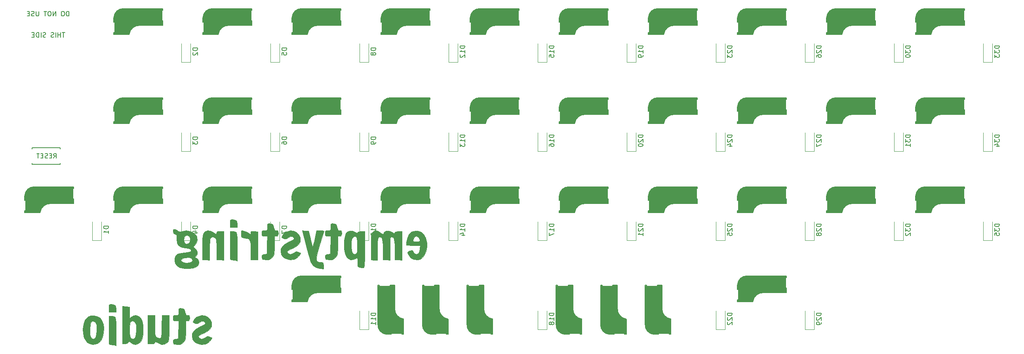
<source format=gbr>
G04 #@! TF.GenerationSoftware,KiCad,Pcbnew,(5.0.0)*
G04 #@! TF.CreationDate,2019-03-21T00:22:59+08:00*
G04 #@! TF.ProjectId,nqg,6E71672E6B696361645F706362000000,rev?*
G04 #@! TF.SameCoordinates,Original*
G04 #@! TF.FileFunction,Legend,Bot*
G04 #@! TF.FilePolarity,Positive*
%FSLAX46Y46*%
G04 Gerber Fmt 4.6, Leading zero omitted, Abs format (unit mm)*
G04 Created by KiCad (PCBNEW (5.0.0)) date 03/21/19 00:22:59*
%MOMM*%
%LPD*%
G01*
G04 APERTURE LIST*
%ADD10C,0.400000*%
%ADD11C,0.500000*%
%ADD12C,1.000000*%
%ADD13C,0.150000*%
%ADD14C,3.500000*%
%ADD15C,3.000000*%
%ADD16C,0.800000*%
%ADD17C,0.300000*%
%ADD18C,0.120000*%
%ADD19C,0.010000*%
G04 APERTURE END LIST*
D10*
G04 #@! TO.C,SW30*
X309200000Y-129450000D02*
X309200000Y-130150000D01*
X309200000Y-126950000D02*
X307800000Y-126950000D01*
D11*
X299100000Y-132050000D02*
X301800000Y-132050000D01*
D12*
X301783682Y-131828529D02*
G75*
G02X304000000Y-129950000I2151318J-291471D01*
G01*
D13*
X309400000Y-127100000D02*
X309400000Y-126750000D01*
X298900000Y-128650001D02*
G75*
G02X300999999Y-126750000I2000000J-99999D01*
G01*
X302183682Y-132228529D02*
G75*
G02X304400000Y-130350000I2151318J-291471D01*
G01*
X309400000Y-126750000D02*
X300999999Y-126750000D01*
X304400000Y-130350000D02*
X309400000Y-130350000D01*
X298900000Y-132250000D02*
X302180000Y-132250000D01*
X298900000Y-128650000D02*
X298900000Y-129650000D01*
X298900000Y-132250000D02*
X298900000Y-131890000D01*
X299100000Y-131890000D02*
X298900000Y-131890000D01*
X299130000Y-129650000D02*
X299130000Y-131890000D01*
X298900000Y-129650000D02*
X299100000Y-129650000D01*
X309200000Y-127100000D02*
X309400000Y-127100000D01*
X309180000Y-129350000D02*
X309180000Y-127100000D01*
X309400000Y-129350000D02*
X309200000Y-129350000D01*
X309400000Y-130350000D02*
X309400000Y-129350000D01*
D14*
X307400000Y-128550000D02*
X300700000Y-128550000D01*
D12*
X308700000Y-127350000D02*
X308700000Y-129850000D01*
D11*
X309100000Y-130050000D02*
X307700000Y-130050000D01*
D15*
X300630000Y-128250000D02*
X300630000Y-130490000D01*
D16*
X299500000Y-131750000D02*
X299500000Y-129950001D01*
D17*
X299000000Y-129549999D02*
X299000000Y-128650000D01*
D10*
G04 #@! TO.C,SW34*
X328250000Y-129450000D02*
X328250000Y-130150000D01*
X328250000Y-126950000D02*
X326850000Y-126950000D01*
D11*
X318150000Y-132050000D02*
X320850000Y-132050000D01*
D12*
X320833682Y-131828529D02*
G75*
G02X323050000Y-129950000I2151318J-291471D01*
G01*
D13*
X328450000Y-127100000D02*
X328450000Y-126750000D01*
X317950000Y-128650001D02*
G75*
G02X320049999Y-126750000I2000000J-99999D01*
G01*
X321233682Y-132228529D02*
G75*
G02X323450000Y-130350000I2151318J-291471D01*
G01*
X328450000Y-126750000D02*
X320049999Y-126750000D01*
X323450000Y-130350000D02*
X328450000Y-130350000D01*
X317950000Y-132250000D02*
X321230000Y-132250000D01*
X317950000Y-128650000D02*
X317950000Y-129650000D01*
X317950000Y-132250000D02*
X317950000Y-131890000D01*
X318150000Y-131890000D02*
X317950000Y-131890000D01*
X318180000Y-129650000D02*
X318180000Y-131890000D01*
X317950000Y-129650000D02*
X318150000Y-129650000D01*
X328250000Y-127100000D02*
X328450000Y-127100000D01*
X328230000Y-129350000D02*
X328230000Y-127100000D01*
X328450000Y-129350000D02*
X328250000Y-129350000D01*
X328450000Y-130350000D02*
X328450000Y-129350000D01*
D14*
X326450000Y-128550000D02*
X319750000Y-128550000D01*
D12*
X327750000Y-127350000D02*
X327750000Y-129850000D01*
D11*
X328150000Y-130050000D02*
X326750000Y-130050000D01*
D15*
X319680000Y-128250000D02*
X319680000Y-130490000D01*
D16*
X318550000Y-131750000D02*
X318550000Y-129950001D01*
D17*
X318050000Y-129549999D02*
X318050000Y-128650000D01*
G04 #@! TO.C,SW38*
X337100000Y-148599999D02*
X337100000Y-147700000D01*
D16*
X337600000Y-150800000D02*
X337600000Y-149000001D01*
D15*
X338730000Y-147300000D02*
X338730000Y-149540000D01*
D11*
X347200000Y-149100000D02*
X345800000Y-149100000D01*
D12*
X346800000Y-146400000D02*
X346800000Y-148900000D01*
D14*
X345500000Y-147600000D02*
X338800000Y-147600000D01*
D13*
X347500000Y-149400000D02*
X347500000Y-148400000D01*
X347500000Y-148400000D02*
X347300000Y-148400000D01*
X347280000Y-148400000D02*
X347280000Y-146150000D01*
X347300000Y-146150000D02*
X347500000Y-146150000D01*
X337000000Y-148700000D02*
X337200000Y-148700000D01*
X337230000Y-148700000D02*
X337230000Y-150940000D01*
X337200000Y-150940000D02*
X337000000Y-150940000D01*
X337000000Y-151300000D02*
X337000000Y-150940000D01*
X337000000Y-147700000D02*
X337000000Y-148700000D01*
X337000000Y-151300000D02*
X340280000Y-151300000D01*
X342500000Y-149400000D02*
X347500000Y-149400000D01*
X347500000Y-145800000D02*
X339099999Y-145800000D01*
X340283682Y-151278529D02*
G75*
G02X342500000Y-149400000I2151318J-291471D01*
G01*
X337000000Y-147700001D02*
G75*
G02X339099999Y-145800000I2000000J-99999D01*
G01*
X347500000Y-146150000D02*
X347500000Y-145800000D01*
D12*
X339883682Y-150878529D02*
G75*
G02X342100000Y-149000000I2151318J-291471D01*
G01*
D11*
X337200000Y-151100000D02*
X339900000Y-151100000D01*
D10*
X347300000Y-146000000D02*
X345900000Y-146000000D01*
X347300000Y-148500000D02*
X347300000Y-149200000D01*
D18*
G04 #@! TO.C,D1*
X162924250Y-176270500D02*
X160924250Y-176270500D01*
X160924250Y-176270500D02*
X160924250Y-172370500D01*
X162924250Y-176270500D02*
X162924250Y-172370500D01*
G04 #@! TO.C,D2*
X181974250Y-138170500D02*
X181974250Y-134270500D01*
X179974250Y-138170500D02*
X179974250Y-134270500D01*
X181974250Y-138170500D02*
X179974250Y-138170500D01*
G04 #@! TO.C,D3*
X181974250Y-157220500D02*
X179974250Y-157220500D01*
X179974250Y-157220500D02*
X179974250Y-153320500D01*
X181974250Y-157220500D02*
X181974250Y-153320500D01*
G04 #@! TO.C,D4*
X181974250Y-176270500D02*
X179974250Y-176270500D01*
X179974250Y-176270500D02*
X179974250Y-172370500D01*
X181974250Y-176270500D02*
X181974250Y-172370500D01*
G04 #@! TO.C,D5*
X201024250Y-138170500D02*
X199024250Y-138170500D01*
X199024250Y-138170500D02*
X199024250Y-134270500D01*
X201024250Y-138170500D02*
X201024250Y-134270500D01*
G04 #@! TO.C,D6*
X201024250Y-157220500D02*
X201024250Y-153320500D01*
X199024250Y-157220500D02*
X199024250Y-153320500D01*
X201024250Y-157220500D02*
X199024250Y-157220500D01*
G04 #@! TO.C,D7*
X201024250Y-176270500D02*
X201024250Y-172370500D01*
X199024250Y-176270500D02*
X199024250Y-172370500D01*
X201024250Y-176270500D02*
X199024250Y-176270500D01*
G04 #@! TO.C,D8*
X220074250Y-138170500D02*
X218074250Y-138170500D01*
X218074250Y-138170500D02*
X218074250Y-134270500D01*
X220074250Y-138170500D02*
X220074250Y-134270500D01*
G04 #@! TO.C,D9*
X220074250Y-157220500D02*
X218074250Y-157220500D01*
X218074250Y-157220500D02*
X218074250Y-153320500D01*
X220074250Y-157220500D02*
X220074250Y-153320500D01*
G04 #@! TO.C,D10*
X220074250Y-176270500D02*
X218074250Y-176270500D01*
X218074250Y-176270500D02*
X218074250Y-172370500D01*
X220074250Y-176270500D02*
X220074250Y-172370500D01*
G04 #@! TO.C,D11*
X220074250Y-195320500D02*
X220074250Y-191420500D01*
X218074250Y-195320500D02*
X218074250Y-191420500D01*
X220074250Y-195320500D02*
X218074250Y-195320500D01*
G04 #@! TO.C,D12*
X239124250Y-138170500D02*
X239124250Y-134270500D01*
X237124250Y-138170500D02*
X237124250Y-134270500D01*
X239124250Y-138170500D02*
X237124250Y-138170500D01*
G04 #@! TO.C,D13*
X239124250Y-157220500D02*
X239124250Y-153320500D01*
X237124250Y-157220500D02*
X237124250Y-153320500D01*
X239124250Y-157220500D02*
X237124250Y-157220500D01*
G04 #@! TO.C,D14*
X239124250Y-176270500D02*
X237124250Y-176270500D01*
X237124250Y-176270500D02*
X237124250Y-172370500D01*
X239124250Y-176270500D02*
X239124250Y-172370500D01*
G04 #@! TO.C,D15*
X258174250Y-138170500D02*
X256174250Y-138170500D01*
X256174250Y-138170500D02*
X256174250Y-134270500D01*
X258174250Y-138170500D02*
X258174250Y-134270500D01*
G04 #@! TO.C,D16*
X258174250Y-157220500D02*
X256174250Y-157220500D01*
X256174250Y-157220500D02*
X256174250Y-153320500D01*
X258174250Y-157220500D02*
X258174250Y-153320500D01*
G04 #@! TO.C,D17*
X258174250Y-176270500D02*
X256174250Y-176270500D01*
X256174250Y-176270500D02*
X256174250Y-172370500D01*
X258174250Y-176270500D02*
X258174250Y-172370500D01*
G04 #@! TO.C,D18*
X258174250Y-195320500D02*
X258174250Y-191420500D01*
X256174250Y-195320500D02*
X256174250Y-191420500D01*
X258174250Y-195320500D02*
X256174250Y-195320500D01*
G04 #@! TO.C,D19*
X277224250Y-138170500D02*
X277224250Y-134270500D01*
X275224250Y-138170500D02*
X275224250Y-134270500D01*
X277224250Y-138170500D02*
X275224250Y-138170500D01*
G04 #@! TO.C,D20*
X277224250Y-157220500D02*
X277224250Y-153320500D01*
X275224250Y-157220500D02*
X275224250Y-153320500D01*
X277224250Y-157220500D02*
X275224250Y-157220500D01*
G04 #@! TO.C,D21*
X277224250Y-176270500D02*
X277224250Y-172370500D01*
X275224250Y-176270500D02*
X275224250Y-172370500D01*
X277224250Y-176270500D02*
X275224250Y-176270500D01*
G04 #@! TO.C,D22*
X296274250Y-195320500D02*
X294274250Y-195320500D01*
X294274250Y-195320500D02*
X294274250Y-191420500D01*
X296274250Y-195320500D02*
X296274250Y-191420500D01*
G04 #@! TO.C,D23*
X296274250Y-138170500D02*
X294274250Y-138170500D01*
X294274250Y-138170500D02*
X294274250Y-134270500D01*
X296274250Y-138170500D02*
X296274250Y-134270500D01*
G04 #@! TO.C,D24*
X296274250Y-157220500D02*
X294274250Y-157220500D01*
X294274250Y-157220500D02*
X294274250Y-153320500D01*
X296274250Y-157220500D02*
X296274250Y-153320500D01*
G04 #@! TO.C,D25*
X296274250Y-176270500D02*
X294274250Y-176270500D01*
X294274250Y-176270500D02*
X294274250Y-172370500D01*
X296274250Y-176270500D02*
X296274250Y-172370500D01*
G04 #@! TO.C,D26*
X315324250Y-138170500D02*
X315324250Y-134270500D01*
X313324250Y-138170500D02*
X313324250Y-134270500D01*
X315324250Y-138170500D02*
X313324250Y-138170500D01*
G04 #@! TO.C,D27*
X315324250Y-157220500D02*
X315324250Y-153320500D01*
X313324250Y-157220500D02*
X313324250Y-153320500D01*
X315324250Y-157220500D02*
X313324250Y-157220500D01*
G04 #@! TO.C,D28*
X315324250Y-176270500D02*
X315324250Y-172370500D01*
X313324250Y-176270500D02*
X313324250Y-172370500D01*
X315324250Y-176270500D02*
X313324250Y-176270500D01*
G04 #@! TO.C,D29*
X315324250Y-195320500D02*
X315324250Y-191420500D01*
X313324250Y-195320500D02*
X313324250Y-191420500D01*
X315324250Y-195320500D02*
X313324250Y-195320500D01*
G04 #@! TO.C,D30*
X334374250Y-138170500D02*
X332374250Y-138170500D01*
X332374250Y-138170500D02*
X332374250Y-134270500D01*
X334374250Y-138170500D02*
X334374250Y-134270500D01*
G04 #@! TO.C,D31*
X334374250Y-157220500D02*
X332374250Y-157220500D01*
X332374250Y-157220500D02*
X332374250Y-153320500D01*
X334374250Y-157220500D02*
X334374250Y-153320500D01*
G04 #@! TO.C,D32*
X334374250Y-176270500D02*
X332374250Y-176270500D01*
X332374250Y-176270500D02*
X332374250Y-172370500D01*
X334374250Y-176270500D02*
X334374250Y-172370500D01*
G04 #@! TO.C,D33*
X353424250Y-138170500D02*
X353424250Y-134270500D01*
X351424250Y-138170500D02*
X351424250Y-134270500D01*
X353424250Y-138170500D02*
X351424250Y-138170500D01*
G04 #@! TO.C,D34*
X353424250Y-157220500D02*
X353424250Y-153320500D01*
X351424250Y-157220500D02*
X351424250Y-153320500D01*
X353424250Y-157220500D02*
X351424250Y-157220500D01*
G04 #@! TO.C,D35*
X353424250Y-176270500D02*
X353424250Y-172370500D01*
X351424250Y-176270500D02*
X351424250Y-172370500D01*
X353424250Y-176270500D02*
X351424250Y-176270500D01*
D10*
G04 #@! TO.C,SW1*
X156800000Y-167550000D02*
X156800000Y-168250000D01*
X156800000Y-165050000D02*
X155400000Y-165050000D01*
D11*
X146700000Y-170150000D02*
X149400000Y-170150000D01*
D12*
X149383682Y-169928529D02*
G75*
G02X151600000Y-168050000I2151318J-291471D01*
G01*
D13*
X157000000Y-165200000D02*
X157000000Y-164850000D01*
X146500000Y-166750001D02*
G75*
G02X148599999Y-164850000I2000000J-99999D01*
G01*
X149783682Y-170328529D02*
G75*
G02X152000000Y-168450000I2151318J-291471D01*
G01*
X157000000Y-164850000D02*
X148599999Y-164850000D01*
X152000000Y-168450000D02*
X157000000Y-168450000D01*
X146500000Y-170350000D02*
X149780000Y-170350000D01*
X146500000Y-166750000D02*
X146500000Y-167750000D01*
X146500000Y-170350000D02*
X146500000Y-169990000D01*
X146700000Y-169990000D02*
X146500000Y-169990000D01*
X146730000Y-167750000D02*
X146730000Y-169990000D01*
X146500000Y-167750000D02*
X146700000Y-167750000D01*
X156800000Y-165200000D02*
X157000000Y-165200000D01*
X156780000Y-167450000D02*
X156780000Y-165200000D01*
X157000000Y-167450000D02*
X156800000Y-167450000D01*
X157000000Y-168450000D02*
X157000000Y-167450000D01*
D14*
X155000000Y-166650000D02*
X148300000Y-166650000D01*
D12*
X156300000Y-165450000D02*
X156300000Y-167950000D01*
D11*
X156700000Y-168150000D02*
X155300000Y-168150000D01*
D15*
X148230000Y-166350000D02*
X148230000Y-168590000D01*
D16*
X147100000Y-169850000D02*
X147100000Y-168050001D01*
D17*
X146600000Y-167649999D02*
X146600000Y-166750000D01*
D10*
G04 #@! TO.C,SW2*
X175850000Y-129450000D02*
X175850000Y-130150000D01*
X175850000Y-126950000D02*
X174450000Y-126950000D01*
D11*
X165750000Y-132050000D02*
X168450000Y-132050000D01*
D12*
X168433682Y-131828529D02*
G75*
G02X170650000Y-129950000I2151318J-291471D01*
G01*
D13*
X176050000Y-127100000D02*
X176050000Y-126750000D01*
X165550000Y-128650001D02*
G75*
G02X167649999Y-126750000I2000000J-99999D01*
G01*
X168833682Y-132228529D02*
G75*
G02X171050000Y-130350000I2151318J-291471D01*
G01*
X176050000Y-126750000D02*
X167649999Y-126750000D01*
X171050000Y-130350000D02*
X176050000Y-130350000D01*
X165550000Y-132250000D02*
X168830000Y-132250000D01*
X165550000Y-128650000D02*
X165550000Y-129650000D01*
X165550000Y-132250000D02*
X165550000Y-131890000D01*
X165750000Y-131890000D02*
X165550000Y-131890000D01*
X165780000Y-129650000D02*
X165780000Y-131890000D01*
X165550000Y-129650000D02*
X165750000Y-129650000D01*
X175850000Y-127100000D02*
X176050000Y-127100000D01*
X175830000Y-129350000D02*
X175830000Y-127100000D01*
X176050000Y-129350000D02*
X175850000Y-129350000D01*
X176050000Y-130350000D02*
X176050000Y-129350000D01*
D14*
X174050000Y-128550000D02*
X167350000Y-128550000D01*
D12*
X175350000Y-127350000D02*
X175350000Y-129850000D01*
D11*
X175750000Y-130050000D02*
X174350000Y-130050000D01*
D15*
X167280000Y-128250000D02*
X167280000Y-130490000D01*
D16*
X166150000Y-131750000D02*
X166150000Y-129950001D01*
D17*
X165650000Y-129549999D02*
X165650000Y-128650000D01*
D10*
G04 #@! TO.C,SW3*
X175850000Y-148500000D02*
X175850000Y-149200000D01*
X175850000Y-146000000D02*
X174450000Y-146000000D01*
D11*
X165750000Y-151100000D02*
X168450000Y-151100000D01*
D12*
X168433682Y-150878529D02*
G75*
G02X170650000Y-149000000I2151318J-291471D01*
G01*
D13*
X176050000Y-146150000D02*
X176050000Y-145800000D01*
X165550000Y-147700001D02*
G75*
G02X167649999Y-145800000I2000000J-99999D01*
G01*
X168833682Y-151278529D02*
G75*
G02X171050000Y-149400000I2151318J-291471D01*
G01*
X176050000Y-145800000D02*
X167649999Y-145800000D01*
X171050000Y-149400000D02*
X176050000Y-149400000D01*
X165550000Y-151300000D02*
X168830000Y-151300000D01*
X165550000Y-147700000D02*
X165550000Y-148700000D01*
X165550000Y-151300000D02*
X165550000Y-150940000D01*
X165750000Y-150940000D02*
X165550000Y-150940000D01*
X165780000Y-148700000D02*
X165780000Y-150940000D01*
X165550000Y-148700000D02*
X165750000Y-148700000D01*
X175850000Y-146150000D02*
X176050000Y-146150000D01*
X175830000Y-148400000D02*
X175830000Y-146150000D01*
X176050000Y-148400000D02*
X175850000Y-148400000D01*
X176050000Y-149400000D02*
X176050000Y-148400000D01*
D14*
X174050000Y-147600000D02*
X167350000Y-147600000D01*
D12*
X175350000Y-146400000D02*
X175350000Y-148900000D01*
D11*
X175750000Y-149100000D02*
X174350000Y-149100000D01*
D15*
X167280000Y-147300000D02*
X167280000Y-149540000D01*
D16*
X166150000Y-150800000D02*
X166150000Y-149000001D01*
D17*
X165650000Y-148599999D02*
X165650000Y-147700000D01*
D10*
G04 #@! TO.C,SW4*
X175850000Y-167550000D02*
X175850000Y-168250000D01*
X175850000Y-165050000D02*
X174450000Y-165050000D01*
D11*
X165750000Y-170150000D02*
X168450000Y-170150000D01*
D12*
X168433682Y-169928529D02*
G75*
G02X170650000Y-168050000I2151318J-291471D01*
G01*
D13*
X176050000Y-165200000D02*
X176050000Y-164850000D01*
X165550000Y-166750001D02*
G75*
G02X167649999Y-164850000I2000000J-99999D01*
G01*
X168833682Y-170328529D02*
G75*
G02X171050000Y-168450000I2151318J-291471D01*
G01*
X176050000Y-164850000D02*
X167649999Y-164850000D01*
X171050000Y-168450000D02*
X176050000Y-168450000D01*
X165550000Y-170350000D02*
X168830000Y-170350000D01*
X165550000Y-166750000D02*
X165550000Y-167750000D01*
X165550000Y-170350000D02*
X165550000Y-169990000D01*
X165750000Y-169990000D02*
X165550000Y-169990000D01*
X165780000Y-167750000D02*
X165780000Y-169990000D01*
X165550000Y-167750000D02*
X165750000Y-167750000D01*
X175850000Y-165200000D02*
X176050000Y-165200000D01*
X175830000Y-167450000D02*
X175830000Y-165200000D01*
X176050000Y-167450000D02*
X175850000Y-167450000D01*
X176050000Y-168450000D02*
X176050000Y-167450000D01*
D14*
X174050000Y-166650000D02*
X167350000Y-166650000D01*
D12*
X175350000Y-165450000D02*
X175350000Y-167950000D01*
D11*
X175750000Y-168150000D02*
X174350000Y-168150000D01*
D15*
X167280000Y-166350000D02*
X167280000Y-168590000D01*
D16*
X166150000Y-169850000D02*
X166150000Y-168050001D01*
D17*
X165650000Y-167649999D02*
X165650000Y-166750000D01*
G04 #@! TO.C,SW5*
X184700000Y-129549999D02*
X184700000Y-128650000D01*
D16*
X185200000Y-131750000D02*
X185200000Y-129950001D01*
D15*
X186330000Y-128250000D02*
X186330000Y-130490000D01*
D11*
X194800000Y-130050000D02*
X193400000Y-130050000D01*
D12*
X194400000Y-127350000D02*
X194400000Y-129850000D01*
D14*
X193100000Y-128550000D02*
X186400000Y-128550000D01*
D13*
X195100000Y-130350000D02*
X195100000Y-129350000D01*
X195100000Y-129350000D02*
X194900000Y-129350000D01*
X194880000Y-129350000D02*
X194880000Y-127100000D01*
X194900000Y-127100000D02*
X195100000Y-127100000D01*
X184600000Y-129650000D02*
X184800000Y-129650000D01*
X184830000Y-129650000D02*
X184830000Y-131890000D01*
X184800000Y-131890000D02*
X184600000Y-131890000D01*
X184600000Y-132250000D02*
X184600000Y-131890000D01*
X184600000Y-128650000D02*
X184600000Y-129650000D01*
X184600000Y-132250000D02*
X187880000Y-132250000D01*
X190100000Y-130350000D02*
X195100000Y-130350000D01*
X195100000Y-126750000D02*
X186699999Y-126750000D01*
X187883682Y-132228529D02*
G75*
G02X190100000Y-130350000I2151318J-291471D01*
G01*
X184600000Y-128650001D02*
G75*
G02X186699999Y-126750000I2000000J-99999D01*
G01*
X195100000Y-127100000D02*
X195100000Y-126750000D01*
D12*
X187483682Y-131828529D02*
G75*
G02X189700000Y-129950000I2151318J-291471D01*
G01*
D11*
X184800000Y-132050000D02*
X187500000Y-132050000D01*
D10*
X194900000Y-126950000D02*
X193500000Y-126950000D01*
X194900000Y-129450000D02*
X194900000Y-130150000D01*
D17*
G04 #@! TO.C,SW6*
X184700000Y-148599999D02*
X184700000Y-147700000D01*
D16*
X185200000Y-150800000D02*
X185200000Y-149000001D01*
D15*
X186330000Y-147300000D02*
X186330000Y-149540000D01*
D11*
X194800000Y-149100000D02*
X193400000Y-149100000D01*
D12*
X194400000Y-146400000D02*
X194400000Y-148900000D01*
D14*
X193100000Y-147600000D02*
X186400000Y-147600000D01*
D13*
X195100000Y-149400000D02*
X195100000Y-148400000D01*
X195100000Y-148400000D02*
X194900000Y-148400000D01*
X194880000Y-148400000D02*
X194880000Y-146150000D01*
X194900000Y-146150000D02*
X195100000Y-146150000D01*
X184600000Y-148700000D02*
X184800000Y-148700000D01*
X184830000Y-148700000D02*
X184830000Y-150940000D01*
X184800000Y-150940000D02*
X184600000Y-150940000D01*
X184600000Y-151300000D02*
X184600000Y-150940000D01*
X184600000Y-147700000D02*
X184600000Y-148700000D01*
X184600000Y-151300000D02*
X187880000Y-151300000D01*
X190100000Y-149400000D02*
X195100000Y-149400000D01*
X195100000Y-145800000D02*
X186699999Y-145800000D01*
X187883682Y-151278529D02*
G75*
G02X190100000Y-149400000I2151318J-291471D01*
G01*
X184600000Y-147700001D02*
G75*
G02X186699999Y-145800000I2000000J-99999D01*
G01*
X195100000Y-146150000D02*
X195100000Y-145800000D01*
D12*
X187483682Y-150878529D02*
G75*
G02X189700000Y-149000000I2151318J-291471D01*
G01*
D11*
X184800000Y-151100000D02*
X187500000Y-151100000D01*
D10*
X194900000Y-146000000D02*
X193500000Y-146000000D01*
X194900000Y-148500000D02*
X194900000Y-149200000D01*
D17*
G04 #@! TO.C,SW7*
X184700000Y-167649999D02*
X184700000Y-166750000D01*
D16*
X185200000Y-169850000D02*
X185200000Y-168050001D01*
D15*
X186330000Y-166350000D02*
X186330000Y-168590000D01*
D11*
X194800000Y-168150000D02*
X193400000Y-168150000D01*
D12*
X194400000Y-165450000D02*
X194400000Y-167950000D01*
D14*
X193100000Y-166650000D02*
X186400000Y-166650000D01*
D13*
X195100000Y-168450000D02*
X195100000Y-167450000D01*
X195100000Y-167450000D02*
X194900000Y-167450000D01*
X194880000Y-167450000D02*
X194880000Y-165200000D01*
X194900000Y-165200000D02*
X195100000Y-165200000D01*
X184600000Y-167750000D02*
X184800000Y-167750000D01*
X184830000Y-167750000D02*
X184830000Y-169990000D01*
X184800000Y-169990000D02*
X184600000Y-169990000D01*
X184600000Y-170350000D02*
X184600000Y-169990000D01*
X184600000Y-166750000D02*
X184600000Y-167750000D01*
X184600000Y-170350000D02*
X187880000Y-170350000D01*
X190100000Y-168450000D02*
X195100000Y-168450000D01*
X195100000Y-164850000D02*
X186699999Y-164850000D01*
X187883682Y-170328529D02*
G75*
G02X190100000Y-168450000I2151318J-291471D01*
G01*
X184600000Y-166750001D02*
G75*
G02X186699999Y-164850000I2000000J-99999D01*
G01*
X195100000Y-165200000D02*
X195100000Y-164850000D01*
D12*
X187483682Y-169928529D02*
G75*
G02X189700000Y-168050000I2151318J-291471D01*
G01*
D11*
X184800000Y-170150000D02*
X187500000Y-170150000D01*
D10*
X194900000Y-165050000D02*
X193500000Y-165050000D01*
X194900000Y-167550000D02*
X194900000Y-168250000D01*
G04 #@! TO.C,SW8*
X213950000Y-129450000D02*
X213950000Y-130150000D01*
X213950000Y-126950000D02*
X212550000Y-126950000D01*
D11*
X203850000Y-132050000D02*
X206550000Y-132050000D01*
D12*
X206533682Y-131828529D02*
G75*
G02X208750000Y-129950000I2151318J-291471D01*
G01*
D13*
X214150000Y-127100000D02*
X214150000Y-126750000D01*
X203650000Y-128650001D02*
G75*
G02X205749999Y-126750000I2000000J-99999D01*
G01*
X206933682Y-132228529D02*
G75*
G02X209150000Y-130350000I2151318J-291471D01*
G01*
X214150000Y-126750000D02*
X205749999Y-126750000D01*
X209150000Y-130350000D02*
X214150000Y-130350000D01*
X203650000Y-132250000D02*
X206930000Y-132250000D01*
X203650000Y-128650000D02*
X203650000Y-129650000D01*
X203650000Y-132250000D02*
X203650000Y-131890000D01*
X203850000Y-131890000D02*
X203650000Y-131890000D01*
X203880000Y-129650000D02*
X203880000Y-131890000D01*
X203650000Y-129650000D02*
X203850000Y-129650000D01*
X213950000Y-127100000D02*
X214150000Y-127100000D01*
X213930000Y-129350000D02*
X213930000Y-127100000D01*
X214150000Y-129350000D02*
X213950000Y-129350000D01*
X214150000Y-130350000D02*
X214150000Y-129350000D01*
D14*
X212150000Y-128550000D02*
X205450000Y-128550000D01*
D12*
X213450000Y-127350000D02*
X213450000Y-129850000D01*
D11*
X213850000Y-130050000D02*
X212450000Y-130050000D01*
D15*
X205380000Y-128250000D02*
X205380000Y-130490000D01*
D16*
X204250000Y-131750000D02*
X204250000Y-129950001D01*
D17*
X203750000Y-129549999D02*
X203750000Y-128650000D01*
D10*
G04 #@! TO.C,SW9*
X213950000Y-148500000D02*
X213950000Y-149200000D01*
X213950000Y-146000000D02*
X212550000Y-146000000D01*
D11*
X203850000Y-151100000D02*
X206550000Y-151100000D01*
D12*
X206533682Y-150878529D02*
G75*
G02X208750000Y-149000000I2151318J-291471D01*
G01*
D13*
X214150000Y-146150000D02*
X214150000Y-145800000D01*
X203650000Y-147700001D02*
G75*
G02X205749999Y-145800000I2000000J-99999D01*
G01*
X206933682Y-151278529D02*
G75*
G02X209150000Y-149400000I2151318J-291471D01*
G01*
X214150000Y-145800000D02*
X205749999Y-145800000D01*
X209150000Y-149400000D02*
X214150000Y-149400000D01*
X203650000Y-151300000D02*
X206930000Y-151300000D01*
X203650000Y-147700000D02*
X203650000Y-148700000D01*
X203650000Y-151300000D02*
X203650000Y-150940000D01*
X203850000Y-150940000D02*
X203650000Y-150940000D01*
X203880000Y-148700000D02*
X203880000Y-150940000D01*
X203650000Y-148700000D02*
X203850000Y-148700000D01*
X213950000Y-146150000D02*
X214150000Y-146150000D01*
X213930000Y-148400000D02*
X213930000Y-146150000D01*
X214150000Y-148400000D02*
X213950000Y-148400000D01*
X214150000Y-149400000D02*
X214150000Y-148400000D01*
D14*
X212150000Y-147600000D02*
X205450000Y-147600000D01*
D12*
X213450000Y-146400000D02*
X213450000Y-148900000D01*
D11*
X213850000Y-149100000D02*
X212450000Y-149100000D01*
D15*
X205380000Y-147300000D02*
X205380000Y-149540000D01*
D16*
X204250000Y-150800000D02*
X204250000Y-149000001D01*
D17*
X203750000Y-148599999D02*
X203750000Y-147700000D01*
D10*
G04 #@! TO.C,SW10*
X213950000Y-167550000D02*
X213950000Y-168250000D01*
X213950000Y-165050000D02*
X212550000Y-165050000D01*
D11*
X203850000Y-170150000D02*
X206550000Y-170150000D01*
D12*
X206533682Y-169928529D02*
G75*
G02X208750000Y-168050000I2151318J-291471D01*
G01*
D13*
X214150000Y-165200000D02*
X214150000Y-164850000D01*
X203650000Y-166750001D02*
G75*
G02X205749999Y-164850000I2000000J-99999D01*
G01*
X206933682Y-170328529D02*
G75*
G02X209150000Y-168450000I2151318J-291471D01*
G01*
X214150000Y-164850000D02*
X205749999Y-164850000D01*
X209150000Y-168450000D02*
X214150000Y-168450000D01*
X203650000Y-170350000D02*
X206930000Y-170350000D01*
X203650000Y-166750000D02*
X203650000Y-167750000D01*
X203650000Y-170350000D02*
X203650000Y-169990000D01*
X203850000Y-169990000D02*
X203650000Y-169990000D01*
X203880000Y-167750000D02*
X203880000Y-169990000D01*
X203650000Y-167750000D02*
X203850000Y-167750000D01*
X213950000Y-165200000D02*
X214150000Y-165200000D01*
X213930000Y-167450000D02*
X213930000Y-165200000D01*
X214150000Y-167450000D02*
X213950000Y-167450000D01*
X214150000Y-168450000D02*
X214150000Y-167450000D01*
D14*
X212150000Y-166650000D02*
X205450000Y-166650000D01*
D12*
X213450000Y-165450000D02*
X213450000Y-167950000D01*
D11*
X213850000Y-168150000D02*
X212450000Y-168150000D01*
D15*
X205380000Y-166350000D02*
X205380000Y-168590000D01*
D16*
X204250000Y-169850000D02*
X204250000Y-168050001D01*
D17*
X203750000Y-167649999D02*
X203750000Y-166750000D01*
G04 #@! TO.C,SW11*
X203750000Y-186699999D02*
X203750000Y-185800000D01*
D16*
X204250000Y-188900000D02*
X204250000Y-187100001D01*
D15*
X205380000Y-185400000D02*
X205380000Y-187640000D01*
D11*
X213850000Y-187200000D02*
X212450000Y-187200000D01*
D12*
X213450000Y-184500000D02*
X213450000Y-187000000D01*
D14*
X212150000Y-185700000D02*
X205450000Y-185700000D01*
D13*
X214150000Y-187500000D02*
X214150000Y-186500000D01*
X214150000Y-186500000D02*
X213950000Y-186500000D01*
X213930000Y-186500000D02*
X213930000Y-184250000D01*
X213950000Y-184250000D02*
X214150000Y-184250000D01*
X203650000Y-186800000D02*
X203850000Y-186800000D01*
X203880000Y-186800000D02*
X203880000Y-189040000D01*
X203850000Y-189040000D02*
X203650000Y-189040000D01*
X203650000Y-189400000D02*
X203650000Y-189040000D01*
X203650000Y-185800000D02*
X203650000Y-186800000D01*
X203650000Y-189400000D02*
X206930000Y-189400000D01*
X209150000Y-187500000D02*
X214150000Y-187500000D01*
X214150000Y-183900000D02*
X205749999Y-183900000D01*
X206933682Y-189378529D02*
G75*
G02X209150000Y-187500000I2151318J-291471D01*
G01*
X203650000Y-185800001D02*
G75*
G02X205749999Y-183900000I2000000J-99999D01*
G01*
X214150000Y-184250000D02*
X214150000Y-183900000D01*
D12*
X206533682Y-188978529D02*
G75*
G02X208750000Y-187100000I2151318J-291471D01*
G01*
D11*
X203850000Y-189200000D02*
X206550000Y-189200000D01*
D10*
X213950000Y-184100000D02*
X212550000Y-184100000D01*
X213950000Y-186600000D02*
X213950000Y-187300000D01*
D17*
G04 #@! TO.C,SW12*
X222800000Y-129549999D02*
X222800000Y-128650000D01*
D16*
X223300000Y-131750000D02*
X223300000Y-129950001D01*
D15*
X224430000Y-128250000D02*
X224430000Y-130490000D01*
D11*
X232900000Y-130050000D02*
X231500000Y-130050000D01*
D12*
X232500000Y-127350000D02*
X232500000Y-129850000D01*
D14*
X231200000Y-128550000D02*
X224500000Y-128550000D01*
D13*
X233200000Y-130350000D02*
X233200000Y-129350000D01*
X233200000Y-129350000D02*
X233000000Y-129350000D01*
X232980000Y-129350000D02*
X232980000Y-127100000D01*
X233000000Y-127100000D02*
X233200000Y-127100000D01*
X222700000Y-129650000D02*
X222900000Y-129650000D01*
X222930000Y-129650000D02*
X222930000Y-131890000D01*
X222900000Y-131890000D02*
X222700000Y-131890000D01*
X222700000Y-132250000D02*
X222700000Y-131890000D01*
X222700000Y-128650000D02*
X222700000Y-129650000D01*
X222700000Y-132250000D02*
X225980000Y-132250000D01*
X228200000Y-130350000D02*
X233200000Y-130350000D01*
X233200000Y-126750000D02*
X224799999Y-126750000D01*
X225983682Y-132228529D02*
G75*
G02X228200000Y-130350000I2151318J-291471D01*
G01*
X222700000Y-128650001D02*
G75*
G02X224799999Y-126750000I2000000J-99999D01*
G01*
X233200000Y-127100000D02*
X233200000Y-126750000D01*
D12*
X225583682Y-131828529D02*
G75*
G02X227800000Y-129950000I2151318J-291471D01*
G01*
D11*
X222900000Y-132050000D02*
X225600000Y-132050000D01*
D10*
X233000000Y-126950000D02*
X231600000Y-126950000D01*
X233000000Y-129450000D02*
X233000000Y-130150000D01*
D17*
G04 #@! TO.C,SW13*
X222800000Y-148599999D02*
X222800000Y-147700000D01*
D16*
X223300000Y-150800000D02*
X223300000Y-149000001D01*
D15*
X224430000Y-147300000D02*
X224430000Y-149540000D01*
D11*
X232900000Y-149100000D02*
X231500000Y-149100000D01*
D12*
X232500000Y-146400000D02*
X232500000Y-148900000D01*
D14*
X231200000Y-147600000D02*
X224500000Y-147600000D01*
D13*
X233200000Y-149400000D02*
X233200000Y-148400000D01*
X233200000Y-148400000D02*
X233000000Y-148400000D01*
X232980000Y-148400000D02*
X232980000Y-146150000D01*
X233000000Y-146150000D02*
X233200000Y-146150000D01*
X222700000Y-148700000D02*
X222900000Y-148700000D01*
X222930000Y-148700000D02*
X222930000Y-150940000D01*
X222900000Y-150940000D02*
X222700000Y-150940000D01*
X222700000Y-151300000D02*
X222700000Y-150940000D01*
X222700000Y-147700000D02*
X222700000Y-148700000D01*
X222700000Y-151300000D02*
X225980000Y-151300000D01*
X228200000Y-149400000D02*
X233200000Y-149400000D01*
X233200000Y-145800000D02*
X224799999Y-145800000D01*
X225983682Y-151278529D02*
G75*
G02X228200000Y-149400000I2151318J-291471D01*
G01*
X222700000Y-147700001D02*
G75*
G02X224799999Y-145800000I2000000J-99999D01*
G01*
X233200000Y-146150000D02*
X233200000Y-145800000D01*
D12*
X225583682Y-150878529D02*
G75*
G02X227800000Y-149000000I2151318J-291471D01*
G01*
D11*
X222900000Y-151100000D02*
X225600000Y-151100000D01*
D10*
X233000000Y-146000000D02*
X231600000Y-146000000D01*
X233000000Y-148500000D02*
X233000000Y-149200000D01*
G04 #@! TO.C,SW14*
X233000000Y-167550000D02*
X233000000Y-168250000D01*
X233000000Y-165050000D02*
X231600000Y-165050000D01*
D11*
X222900000Y-170150000D02*
X225600000Y-170150000D01*
D12*
X225583682Y-169928529D02*
G75*
G02X227800000Y-168050000I2151318J-291471D01*
G01*
D13*
X233200000Y-165200000D02*
X233200000Y-164850000D01*
X222700000Y-166750001D02*
G75*
G02X224799999Y-164850000I2000000J-99999D01*
G01*
X225983682Y-170328529D02*
G75*
G02X228200000Y-168450000I2151318J-291471D01*
G01*
X233200000Y-164850000D02*
X224799999Y-164850000D01*
X228200000Y-168450000D02*
X233200000Y-168450000D01*
X222700000Y-170350000D02*
X225980000Y-170350000D01*
X222700000Y-166750000D02*
X222700000Y-167750000D01*
X222700000Y-170350000D02*
X222700000Y-169990000D01*
X222900000Y-169990000D02*
X222700000Y-169990000D01*
X222930000Y-167750000D02*
X222930000Y-169990000D01*
X222700000Y-167750000D02*
X222900000Y-167750000D01*
X233000000Y-165200000D02*
X233200000Y-165200000D01*
X232980000Y-167450000D02*
X232980000Y-165200000D01*
X233200000Y-167450000D02*
X233000000Y-167450000D01*
X233200000Y-168450000D02*
X233200000Y-167450000D01*
D14*
X231200000Y-166650000D02*
X224500000Y-166650000D01*
D12*
X232500000Y-165450000D02*
X232500000Y-167950000D01*
D11*
X232900000Y-168150000D02*
X231500000Y-168150000D01*
D15*
X224430000Y-166350000D02*
X224430000Y-168590000D01*
D16*
X223300000Y-169850000D02*
X223300000Y-168050001D01*
D17*
X222800000Y-167649999D02*
X222800000Y-166750000D01*
D10*
G04 #@! TO.C,SW15*
X252050000Y-129450000D02*
X252050000Y-130150000D01*
X252050000Y-126950000D02*
X250650000Y-126950000D01*
D11*
X241950000Y-132050000D02*
X244650000Y-132050000D01*
D12*
X244633682Y-131828529D02*
G75*
G02X246850000Y-129950000I2151318J-291471D01*
G01*
D13*
X252250000Y-127100000D02*
X252250000Y-126750000D01*
X241750000Y-128650001D02*
G75*
G02X243849999Y-126750000I2000000J-99999D01*
G01*
X245033682Y-132228529D02*
G75*
G02X247250000Y-130350000I2151318J-291471D01*
G01*
X252250000Y-126750000D02*
X243849999Y-126750000D01*
X247250000Y-130350000D02*
X252250000Y-130350000D01*
X241750000Y-132250000D02*
X245030000Y-132250000D01*
X241750000Y-128650000D02*
X241750000Y-129650000D01*
X241750000Y-132250000D02*
X241750000Y-131890000D01*
X241950000Y-131890000D02*
X241750000Y-131890000D01*
X241980000Y-129650000D02*
X241980000Y-131890000D01*
X241750000Y-129650000D02*
X241950000Y-129650000D01*
X252050000Y-127100000D02*
X252250000Y-127100000D01*
X252030000Y-129350000D02*
X252030000Y-127100000D01*
X252250000Y-129350000D02*
X252050000Y-129350000D01*
X252250000Y-130350000D02*
X252250000Y-129350000D01*
D14*
X250250000Y-128550000D02*
X243550000Y-128550000D01*
D12*
X251550000Y-127350000D02*
X251550000Y-129850000D01*
D11*
X251950000Y-130050000D02*
X250550000Y-130050000D01*
D15*
X243480000Y-128250000D02*
X243480000Y-130490000D01*
D16*
X242350000Y-131750000D02*
X242350000Y-129950001D01*
D17*
X241850000Y-129549999D02*
X241850000Y-128650000D01*
D10*
G04 #@! TO.C,SW16*
X252050000Y-148500000D02*
X252050000Y-149200000D01*
X252050000Y-146000000D02*
X250650000Y-146000000D01*
D11*
X241950000Y-151100000D02*
X244650000Y-151100000D01*
D12*
X244633682Y-150878529D02*
G75*
G02X246850000Y-149000000I2151318J-291471D01*
G01*
D13*
X252250000Y-146150000D02*
X252250000Y-145800000D01*
X241750000Y-147700001D02*
G75*
G02X243849999Y-145800000I2000000J-99999D01*
G01*
X245033682Y-151278529D02*
G75*
G02X247250000Y-149400000I2151318J-291471D01*
G01*
X252250000Y-145800000D02*
X243849999Y-145800000D01*
X247250000Y-149400000D02*
X252250000Y-149400000D01*
X241750000Y-151300000D02*
X245030000Y-151300000D01*
X241750000Y-147700000D02*
X241750000Y-148700000D01*
X241750000Y-151300000D02*
X241750000Y-150940000D01*
X241950000Y-150940000D02*
X241750000Y-150940000D01*
X241980000Y-148700000D02*
X241980000Y-150940000D01*
X241750000Y-148700000D02*
X241950000Y-148700000D01*
X252050000Y-146150000D02*
X252250000Y-146150000D01*
X252030000Y-148400000D02*
X252030000Y-146150000D01*
X252250000Y-148400000D02*
X252050000Y-148400000D01*
X252250000Y-149400000D02*
X252250000Y-148400000D01*
D14*
X250250000Y-147600000D02*
X243550000Y-147600000D01*
D12*
X251550000Y-146400000D02*
X251550000Y-148900000D01*
D11*
X251950000Y-149100000D02*
X250550000Y-149100000D01*
D15*
X243480000Y-147300000D02*
X243480000Y-149540000D01*
D16*
X242350000Y-150800000D02*
X242350000Y-149000001D01*
D17*
X241850000Y-148599999D02*
X241850000Y-147700000D01*
D10*
G04 #@! TO.C,SW17*
X252050000Y-167550000D02*
X252050000Y-168250000D01*
X252050000Y-165050000D02*
X250650000Y-165050000D01*
D11*
X241950000Y-170150000D02*
X244650000Y-170150000D01*
D12*
X244633682Y-169928529D02*
G75*
G02X246850000Y-168050000I2151318J-291471D01*
G01*
D13*
X252250000Y-165200000D02*
X252250000Y-164850000D01*
X241750000Y-166750001D02*
G75*
G02X243849999Y-164850000I2000000J-99999D01*
G01*
X245033682Y-170328529D02*
G75*
G02X247250000Y-168450000I2151318J-291471D01*
G01*
X252250000Y-164850000D02*
X243849999Y-164850000D01*
X247250000Y-168450000D02*
X252250000Y-168450000D01*
X241750000Y-170350000D02*
X245030000Y-170350000D01*
X241750000Y-166750000D02*
X241750000Y-167750000D01*
X241750000Y-170350000D02*
X241750000Y-169990000D01*
X241950000Y-169990000D02*
X241750000Y-169990000D01*
X241980000Y-167750000D02*
X241980000Y-169990000D01*
X241750000Y-167750000D02*
X241950000Y-167750000D01*
X252050000Y-165200000D02*
X252250000Y-165200000D01*
X252030000Y-167450000D02*
X252030000Y-165200000D01*
X252250000Y-167450000D02*
X252050000Y-167450000D01*
X252250000Y-168450000D02*
X252250000Y-167450000D01*
D14*
X250250000Y-166650000D02*
X243550000Y-166650000D01*
D12*
X251550000Y-165450000D02*
X251550000Y-167950000D01*
D11*
X251950000Y-168150000D02*
X250550000Y-168150000D01*
D15*
X243480000Y-166350000D02*
X243480000Y-168590000D01*
D16*
X242350000Y-169850000D02*
X242350000Y-168050001D01*
D17*
X241850000Y-167649999D02*
X241850000Y-166750000D01*
G04 #@! TO.C,SW18*
X224799999Y-196300000D02*
X223900000Y-196300000D01*
D16*
X227000000Y-195800000D02*
X225200001Y-195800000D01*
D15*
X223500000Y-194670000D02*
X225740000Y-194670000D01*
D11*
X225300000Y-186200000D02*
X225300000Y-187600000D01*
D12*
X222600000Y-186600000D02*
X225100000Y-186600000D01*
D14*
X223800000Y-187900000D02*
X223800000Y-194600000D01*
D13*
X225600000Y-185900000D02*
X224600000Y-185900000D01*
X224600000Y-185900000D02*
X224600000Y-186100000D01*
X224600000Y-186120000D02*
X222350000Y-186120000D01*
X222350000Y-186100000D02*
X222350000Y-185900000D01*
X224900000Y-196400000D02*
X224900000Y-196200000D01*
X224900000Y-196170000D02*
X227140000Y-196170000D01*
X227140000Y-196200000D02*
X227140000Y-196400000D01*
X227500000Y-196400000D02*
X227140000Y-196400000D01*
X223900000Y-196400000D02*
X224900000Y-196400000D01*
X227500000Y-196400000D02*
X227500000Y-193120000D01*
X225600000Y-190900000D02*
X225600000Y-185900000D01*
X222000000Y-185900000D02*
X222000000Y-194300001D01*
X227478529Y-193116318D02*
G75*
G02X225600000Y-190900000I291471J2151318D01*
G01*
X223900001Y-196400000D02*
G75*
G02X222000000Y-194300001I99999J2000000D01*
G01*
X222350000Y-185900000D02*
X222000000Y-185900000D01*
D12*
X227078529Y-193516318D02*
G75*
G02X225200000Y-191300000I291471J2151318D01*
G01*
D11*
X227300000Y-196200000D02*
X227300000Y-193500000D01*
D10*
X222200000Y-186100000D02*
X222200000Y-187500000D01*
X224700000Y-186100000D02*
X225400000Y-186100000D01*
G04 #@! TO.C,SW19*
X234225000Y-186100000D02*
X234925000Y-186100000D01*
X231725000Y-186100000D02*
X231725000Y-187500000D01*
D11*
X236825000Y-196200000D02*
X236825000Y-193500000D01*
D12*
X236603529Y-193516318D02*
G75*
G02X234725000Y-191300000I291471J2151318D01*
G01*
D13*
X231875000Y-185900000D02*
X231525000Y-185900000D01*
X233425001Y-196400000D02*
G75*
G02X231525000Y-194300001I99999J2000000D01*
G01*
X237003529Y-193116318D02*
G75*
G02X235125000Y-190900000I291471J2151318D01*
G01*
X231525000Y-185900000D02*
X231525000Y-194300001D01*
X235125000Y-190900000D02*
X235125000Y-185900000D01*
X237025000Y-196400000D02*
X237025000Y-193120000D01*
X233425000Y-196400000D02*
X234425000Y-196400000D01*
X237025000Y-196400000D02*
X236665000Y-196400000D01*
X236665000Y-196200000D02*
X236665000Y-196400000D01*
X234425000Y-196170000D02*
X236665000Y-196170000D01*
X234425000Y-196400000D02*
X234425000Y-196200000D01*
X231875000Y-186100000D02*
X231875000Y-185900000D01*
X234125000Y-186120000D02*
X231875000Y-186120000D01*
X234125000Y-185900000D02*
X234125000Y-186100000D01*
X235125000Y-185900000D02*
X234125000Y-185900000D01*
D14*
X233325000Y-187900000D02*
X233325000Y-194600000D01*
D12*
X232125000Y-186600000D02*
X234625000Y-186600000D01*
D11*
X234825000Y-186200000D02*
X234825000Y-187600000D01*
D15*
X233025000Y-194670000D02*
X235265000Y-194670000D01*
D16*
X236525000Y-195800000D02*
X234725001Y-195800000D01*
D17*
X234324999Y-196300000D02*
X233425000Y-196300000D01*
G04 #@! TO.C,SW20*
X243849999Y-196300000D02*
X242950000Y-196300000D01*
D16*
X246050000Y-195800000D02*
X244250001Y-195800000D01*
D15*
X242550000Y-194670000D02*
X244790000Y-194670000D01*
D11*
X244350000Y-186200000D02*
X244350000Y-187600000D01*
D12*
X241650000Y-186600000D02*
X244150000Y-186600000D01*
D14*
X242850000Y-187900000D02*
X242850000Y-194600000D01*
D13*
X244650000Y-185900000D02*
X243650000Y-185900000D01*
X243650000Y-185900000D02*
X243650000Y-186100000D01*
X243650000Y-186120000D02*
X241400000Y-186120000D01*
X241400000Y-186100000D02*
X241400000Y-185900000D01*
X243950000Y-196400000D02*
X243950000Y-196200000D01*
X243950000Y-196170000D02*
X246190000Y-196170000D01*
X246190000Y-196200000D02*
X246190000Y-196400000D01*
X246550000Y-196400000D02*
X246190000Y-196400000D01*
X242950000Y-196400000D02*
X243950000Y-196400000D01*
X246550000Y-196400000D02*
X246550000Y-193120000D01*
X244650000Y-190900000D02*
X244650000Y-185900000D01*
X241050000Y-185900000D02*
X241050000Y-194300001D01*
X246528529Y-193116318D02*
G75*
G02X244650000Y-190900000I291471J2151318D01*
G01*
X242950001Y-196400000D02*
G75*
G02X241050000Y-194300001I99999J2000000D01*
G01*
X241400000Y-185900000D02*
X241050000Y-185900000D01*
D12*
X246128529Y-193516318D02*
G75*
G02X244250000Y-191300000I291471J2151318D01*
G01*
D11*
X246350000Y-196200000D02*
X246350000Y-193500000D01*
D10*
X241250000Y-186100000D02*
X241250000Y-187500000D01*
X243750000Y-186100000D02*
X244450000Y-186100000D01*
D17*
G04 #@! TO.C,SW21*
X260900000Y-129549999D02*
X260900000Y-128650000D01*
D16*
X261400000Y-131750000D02*
X261400000Y-129950001D01*
D15*
X262530000Y-128250000D02*
X262530000Y-130490000D01*
D11*
X271000000Y-130050000D02*
X269600000Y-130050000D01*
D12*
X270600000Y-127350000D02*
X270600000Y-129850000D01*
D14*
X269300000Y-128550000D02*
X262600000Y-128550000D01*
D13*
X271300000Y-130350000D02*
X271300000Y-129350000D01*
X271300000Y-129350000D02*
X271100000Y-129350000D01*
X271080000Y-129350000D02*
X271080000Y-127100000D01*
X271100000Y-127100000D02*
X271300000Y-127100000D01*
X260800000Y-129650000D02*
X261000000Y-129650000D01*
X261030000Y-129650000D02*
X261030000Y-131890000D01*
X261000000Y-131890000D02*
X260800000Y-131890000D01*
X260800000Y-132250000D02*
X260800000Y-131890000D01*
X260800000Y-128650000D02*
X260800000Y-129650000D01*
X260800000Y-132250000D02*
X264080000Y-132250000D01*
X266300000Y-130350000D02*
X271300000Y-130350000D01*
X271300000Y-126750000D02*
X262899999Y-126750000D01*
X264083682Y-132228529D02*
G75*
G02X266300000Y-130350000I2151318J-291471D01*
G01*
X260800000Y-128650001D02*
G75*
G02X262899999Y-126750000I2000000J-99999D01*
G01*
X271300000Y-127100000D02*
X271300000Y-126750000D01*
D12*
X263683682Y-131828529D02*
G75*
G02X265900000Y-129950000I2151318J-291471D01*
G01*
D11*
X261000000Y-132050000D02*
X263700000Y-132050000D01*
D10*
X271100000Y-126950000D02*
X269700000Y-126950000D01*
X271100000Y-129450000D02*
X271100000Y-130150000D01*
D17*
G04 #@! TO.C,SW22*
X260900000Y-148599999D02*
X260900000Y-147700000D01*
D16*
X261400000Y-150800000D02*
X261400000Y-149000001D01*
D15*
X262530000Y-147300000D02*
X262530000Y-149540000D01*
D11*
X271000000Y-149100000D02*
X269600000Y-149100000D01*
D12*
X270600000Y-146400000D02*
X270600000Y-148900000D01*
D14*
X269300000Y-147600000D02*
X262600000Y-147600000D01*
D13*
X271300000Y-149400000D02*
X271300000Y-148400000D01*
X271300000Y-148400000D02*
X271100000Y-148400000D01*
X271080000Y-148400000D02*
X271080000Y-146150000D01*
X271100000Y-146150000D02*
X271300000Y-146150000D01*
X260800000Y-148700000D02*
X261000000Y-148700000D01*
X261030000Y-148700000D02*
X261030000Y-150940000D01*
X261000000Y-150940000D02*
X260800000Y-150940000D01*
X260800000Y-151300000D02*
X260800000Y-150940000D01*
X260800000Y-147700000D02*
X260800000Y-148700000D01*
X260800000Y-151300000D02*
X264080000Y-151300000D01*
X266300000Y-149400000D02*
X271300000Y-149400000D01*
X271300000Y-145800000D02*
X262899999Y-145800000D01*
X264083682Y-151278529D02*
G75*
G02X266300000Y-149400000I2151318J-291471D01*
G01*
X260800000Y-147700001D02*
G75*
G02X262899999Y-145800000I2000000J-99999D01*
G01*
X271300000Y-146150000D02*
X271300000Y-145800000D01*
D12*
X263683682Y-150878529D02*
G75*
G02X265900000Y-149000000I2151318J-291471D01*
G01*
D11*
X261000000Y-151100000D02*
X263700000Y-151100000D01*
D10*
X271100000Y-146000000D02*
X269700000Y-146000000D01*
X271100000Y-148500000D02*
X271100000Y-149200000D01*
D17*
G04 #@! TO.C,SW23*
X260900000Y-167649999D02*
X260900000Y-166750000D01*
D16*
X261400000Y-169850000D02*
X261400000Y-168050001D01*
D15*
X262530000Y-166350000D02*
X262530000Y-168590000D01*
D11*
X271000000Y-168150000D02*
X269600000Y-168150000D01*
D12*
X270600000Y-165450000D02*
X270600000Y-167950000D01*
D14*
X269300000Y-166650000D02*
X262600000Y-166650000D01*
D13*
X271300000Y-168450000D02*
X271300000Y-167450000D01*
X271300000Y-167450000D02*
X271100000Y-167450000D01*
X271080000Y-167450000D02*
X271080000Y-165200000D01*
X271100000Y-165200000D02*
X271300000Y-165200000D01*
X260800000Y-167750000D02*
X261000000Y-167750000D01*
X261030000Y-167750000D02*
X261030000Y-169990000D01*
X261000000Y-169990000D02*
X260800000Y-169990000D01*
X260800000Y-170350000D02*
X260800000Y-169990000D01*
X260800000Y-166750000D02*
X260800000Y-167750000D01*
X260800000Y-170350000D02*
X264080000Y-170350000D01*
X266300000Y-168450000D02*
X271300000Y-168450000D01*
X271300000Y-164850000D02*
X262899999Y-164850000D01*
X264083682Y-170328529D02*
G75*
G02X266300000Y-168450000I2151318J-291471D01*
G01*
X260800000Y-166750001D02*
G75*
G02X262899999Y-164850000I2000000J-99999D01*
G01*
X271300000Y-165200000D02*
X271300000Y-164850000D01*
D12*
X263683682Y-169928529D02*
G75*
G02X265900000Y-168050000I2151318J-291471D01*
G01*
D11*
X261000000Y-170150000D02*
X263700000Y-170150000D01*
D10*
X271100000Y-165050000D02*
X269700000Y-165050000D01*
X271100000Y-167550000D02*
X271100000Y-168250000D01*
D17*
G04 #@! TO.C,SW24*
X262899999Y-196300000D02*
X262000000Y-196300000D01*
D16*
X265100000Y-195800000D02*
X263300001Y-195800000D01*
D15*
X261600000Y-194670000D02*
X263840000Y-194670000D01*
D11*
X263400000Y-186200000D02*
X263400000Y-187600000D01*
D12*
X260700000Y-186600000D02*
X263200000Y-186600000D01*
D14*
X261900000Y-187900000D02*
X261900000Y-194600000D01*
D13*
X263700000Y-185900000D02*
X262700000Y-185900000D01*
X262700000Y-185900000D02*
X262700000Y-186100000D01*
X262700000Y-186120000D02*
X260450000Y-186120000D01*
X260450000Y-186100000D02*
X260450000Y-185900000D01*
X263000000Y-196400000D02*
X263000000Y-196200000D01*
X263000000Y-196170000D02*
X265240000Y-196170000D01*
X265240000Y-196200000D02*
X265240000Y-196400000D01*
X265600000Y-196400000D02*
X265240000Y-196400000D01*
X262000000Y-196400000D02*
X263000000Y-196400000D01*
X265600000Y-196400000D02*
X265600000Y-193120000D01*
X263700000Y-190900000D02*
X263700000Y-185900000D01*
X260100000Y-185900000D02*
X260100000Y-194300001D01*
X265578529Y-193116318D02*
G75*
G02X263700000Y-190900000I291471J2151318D01*
G01*
X262000001Y-196400000D02*
G75*
G02X260100000Y-194300001I99999J2000000D01*
G01*
X260450000Y-185900000D02*
X260100000Y-185900000D01*
D12*
X265178529Y-193516318D02*
G75*
G02X263300000Y-191300000I291471J2151318D01*
G01*
D11*
X265400000Y-196200000D02*
X265400000Y-193500000D01*
D10*
X260300000Y-186100000D02*
X260300000Y-187500000D01*
X262800000Y-186100000D02*
X263500000Y-186100000D01*
D17*
G04 #@! TO.C,SW25*
X272424999Y-196300000D02*
X271525000Y-196300000D01*
D16*
X274625000Y-195800000D02*
X272825001Y-195800000D01*
D15*
X271125000Y-194670000D02*
X273365000Y-194670000D01*
D11*
X272925000Y-186200000D02*
X272925000Y-187600000D01*
D12*
X270225000Y-186600000D02*
X272725000Y-186600000D01*
D14*
X271425000Y-187900000D02*
X271425000Y-194600000D01*
D13*
X273225000Y-185900000D02*
X272225000Y-185900000D01*
X272225000Y-185900000D02*
X272225000Y-186100000D01*
X272225000Y-186120000D02*
X269975000Y-186120000D01*
X269975000Y-186100000D02*
X269975000Y-185900000D01*
X272525000Y-196400000D02*
X272525000Y-196200000D01*
X272525000Y-196170000D02*
X274765000Y-196170000D01*
X274765000Y-196200000D02*
X274765000Y-196400000D01*
X275125000Y-196400000D02*
X274765000Y-196400000D01*
X271525000Y-196400000D02*
X272525000Y-196400000D01*
X275125000Y-196400000D02*
X275125000Y-193120000D01*
X273225000Y-190900000D02*
X273225000Y-185900000D01*
X269625000Y-185900000D02*
X269625000Y-194300001D01*
X275103529Y-193116318D02*
G75*
G02X273225000Y-190900000I291471J2151318D01*
G01*
X271525001Y-196400000D02*
G75*
G02X269625000Y-194300001I99999J2000000D01*
G01*
X269975000Y-185900000D02*
X269625000Y-185900000D01*
D12*
X274703529Y-193516318D02*
G75*
G02X272825000Y-191300000I291471J2151318D01*
G01*
D11*
X274925000Y-196200000D02*
X274925000Y-193500000D01*
D10*
X269825000Y-186100000D02*
X269825000Y-187500000D01*
X272325000Y-186100000D02*
X273025000Y-186100000D01*
G04 #@! TO.C,SW26*
X281850000Y-186100000D02*
X282550000Y-186100000D01*
X279350000Y-186100000D02*
X279350000Y-187500000D01*
D11*
X284450000Y-196200000D02*
X284450000Y-193500000D01*
D12*
X284228529Y-193516318D02*
G75*
G02X282350000Y-191300000I291471J2151318D01*
G01*
D13*
X279500000Y-185900000D02*
X279150000Y-185900000D01*
X281050001Y-196400000D02*
G75*
G02X279150000Y-194300001I99999J2000000D01*
G01*
X284628529Y-193116318D02*
G75*
G02X282750000Y-190900000I291471J2151318D01*
G01*
X279150000Y-185900000D02*
X279150000Y-194300001D01*
X282750000Y-190900000D02*
X282750000Y-185900000D01*
X284650000Y-196400000D02*
X284650000Y-193120000D01*
X281050000Y-196400000D02*
X282050000Y-196400000D01*
X284650000Y-196400000D02*
X284290000Y-196400000D01*
X284290000Y-196200000D02*
X284290000Y-196400000D01*
X282050000Y-196170000D02*
X284290000Y-196170000D01*
X282050000Y-196400000D02*
X282050000Y-196200000D01*
X279500000Y-186100000D02*
X279500000Y-185900000D01*
X281750000Y-186120000D02*
X279500000Y-186120000D01*
X281750000Y-185900000D02*
X281750000Y-186100000D01*
X282750000Y-185900000D02*
X281750000Y-185900000D01*
D14*
X280950000Y-187900000D02*
X280950000Y-194600000D01*
D12*
X279750000Y-186600000D02*
X282250000Y-186600000D01*
D11*
X282450000Y-186200000D02*
X282450000Y-187600000D01*
D15*
X280650000Y-194670000D02*
X282890000Y-194670000D01*
D16*
X284150000Y-195800000D02*
X282350001Y-195800000D01*
D17*
X281949999Y-196300000D02*
X281050000Y-196300000D01*
D10*
G04 #@! TO.C,SW27*
X290150000Y-129450000D02*
X290150000Y-130150000D01*
X290150000Y-126950000D02*
X288750000Y-126950000D01*
D11*
X280050000Y-132050000D02*
X282750000Y-132050000D01*
D12*
X282733682Y-131828529D02*
G75*
G02X284950000Y-129950000I2151318J-291471D01*
G01*
D13*
X290350000Y-127100000D02*
X290350000Y-126750000D01*
X279850000Y-128650001D02*
G75*
G02X281949999Y-126750000I2000000J-99999D01*
G01*
X283133682Y-132228529D02*
G75*
G02X285350000Y-130350000I2151318J-291471D01*
G01*
X290350000Y-126750000D02*
X281949999Y-126750000D01*
X285350000Y-130350000D02*
X290350000Y-130350000D01*
X279850000Y-132250000D02*
X283130000Y-132250000D01*
X279850000Y-128650000D02*
X279850000Y-129650000D01*
X279850000Y-132250000D02*
X279850000Y-131890000D01*
X280050000Y-131890000D02*
X279850000Y-131890000D01*
X280080000Y-129650000D02*
X280080000Y-131890000D01*
X279850000Y-129650000D02*
X280050000Y-129650000D01*
X290150000Y-127100000D02*
X290350000Y-127100000D01*
X290130000Y-129350000D02*
X290130000Y-127100000D01*
X290350000Y-129350000D02*
X290150000Y-129350000D01*
X290350000Y-130350000D02*
X290350000Y-129350000D01*
D14*
X288350000Y-128550000D02*
X281650000Y-128550000D01*
D12*
X289650000Y-127350000D02*
X289650000Y-129850000D01*
D11*
X290050000Y-130050000D02*
X288650000Y-130050000D01*
D15*
X281580000Y-128250000D02*
X281580000Y-130490000D01*
D16*
X280450000Y-131750000D02*
X280450000Y-129950001D01*
D17*
X279950000Y-129549999D02*
X279950000Y-128650000D01*
D10*
G04 #@! TO.C,SW28*
X290150000Y-148500000D02*
X290150000Y-149200000D01*
X290150000Y-146000000D02*
X288750000Y-146000000D01*
D11*
X280050000Y-151100000D02*
X282750000Y-151100000D01*
D12*
X282733682Y-150878529D02*
G75*
G02X284950000Y-149000000I2151318J-291471D01*
G01*
D13*
X290350000Y-146150000D02*
X290350000Y-145800000D01*
X279850000Y-147700001D02*
G75*
G02X281949999Y-145800000I2000000J-99999D01*
G01*
X283133682Y-151278529D02*
G75*
G02X285350000Y-149400000I2151318J-291471D01*
G01*
X290350000Y-145800000D02*
X281949999Y-145800000D01*
X285350000Y-149400000D02*
X290350000Y-149400000D01*
X279850000Y-151300000D02*
X283130000Y-151300000D01*
X279850000Y-147700000D02*
X279850000Y-148700000D01*
X279850000Y-151300000D02*
X279850000Y-150940000D01*
X280050000Y-150940000D02*
X279850000Y-150940000D01*
X280080000Y-148700000D02*
X280080000Y-150940000D01*
X279850000Y-148700000D02*
X280050000Y-148700000D01*
X290150000Y-146150000D02*
X290350000Y-146150000D01*
X290130000Y-148400000D02*
X290130000Y-146150000D01*
X290350000Y-148400000D02*
X290150000Y-148400000D01*
X290350000Y-149400000D02*
X290350000Y-148400000D01*
D14*
X288350000Y-147600000D02*
X281650000Y-147600000D01*
D12*
X289650000Y-146400000D02*
X289650000Y-148900000D01*
D11*
X290050000Y-149100000D02*
X288650000Y-149100000D01*
D15*
X281580000Y-147300000D02*
X281580000Y-149540000D01*
D16*
X280450000Y-150800000D02*
X280450000Y-149000001D01*
D17*
X279950000Y-148599999D02*
X279950000Y-147700000D01*
D10*
G04 #@! TO.C,SW29*
X290150000Y-167550000D02*
X290150000Y-168250000D01*
X290150000Y-165050000D02*
X288750000Y-165050000D01*
D11*
X280050000Y-170150000D02*
X282750000Y-170150000D01*
D12*
X282733682Y-169928529D02*
G75*
G02X284950000Y-168050000I2151318J-291471D01*
G01*
D13*
X290350000Y-165200000D02*
X290350000Y-164850000D01*
X279850000Y-166750001D02*
G75*
G02X281949999Y-164850000I2000000J-99999D01*
G01*
X283133682Y-170328529D02*
G75*
G02X285350000Y-168450000I2151318J-291471D01*
G01*
X290350000Y-164850000D02*
X281949999Y-164850000D01*
X285350000Y-168450000D02*
X290350000Y-168450000D01*
X279850000Y-170350000D02*
X283130000Y-170350000D01*
X279850000Y-166750000D02*
X279850000Y-167750000D01*
X279850000Y-170350000D02*
X279850000Y-169990000D01*
X280050000Y-169990000D02*
X279850000Y-169990000D01*
X280080000Y-167750000D02*
X280080000Y-169990000D01*
X279850000Y-167750000D02*
X280050000Y-167750000D01*
X290150000Y-165200000D02*
X290350000Y-165200000D01*
X290130000Y-167450000D02*
X290130000Y-165200000D01*
X290350000Y-167450000D02*
X290150000Y-167450000D01*
X290350000Y-168450000D02*
X290350000Y-167450000D01*
D14*
X288350000Y-166650000D02*
X281650000Y-166650000D01*
D12*
X289650000Y-165450000D02*
X289650000Y-167950000D01*
D11*
X290050000Y-168150000D02*
X288650000Y-168150000D01*
D15*
X281580000Y-166350000D02*
X281580000Y-168590000D01*
D16*
X280450000Y-169850000D02*
X280450000Y-168050001D01*
D17*
X279950000Y-167649999D02*
X279950000Y-166750000D01*
G04 #@! TO.C,SW31*
X299000000Y-148599999D02*
X299000000Y-147700000D01*
D16*
X299500000Y-150800000D02*
X299500000Y-149000001D01*
D15*
X300630000Y-147300000D02*
X300630000Y-149540000D01*
D11*
X309100000Y-149100000D02*
X307700000Y-149100000D01*
D12*
X308700000Y-146400000D02*
X308700000Y-148900000D01*
D14*
X307400000Y-147600000D02*
X300700000Y-147600000D01*
D13*
X309400000Y-149400000D02*
X309400000Y-148400000D01*
X309400000Y-148400000D02*
X309200000Y-148400000D01*
X309180000Y-148400000D02*
X309180000Y-146150000D01*
X309200000Y-146150000D02*
X309400000Y-146150000D01*
X298900000Y-148700000D02*
X299100000Y-148700000D01*
X299130000Y-148700000D02*
X299130000Y-150940000D01*
X299100000Y-150940000D02*
X298900000Y-150940000D01*
X298900000Y-151300000D02*
X298900000Y-150940000D01*
X298900000Y-147700000D02*
X298900000Y-148700000D01*
X298900000Y-151300000D02*
X302180000Y-151300000D01*
X304400000Y-149400000D02*
X309400000Y-149400000D01*
X309400000Y-145800000D02*
X300999999Y-145800000D01*
X302183682Y-151278529D02*
G75*
G02X304400000Y-149400000I2151318J-291471D01*
G01*
X298900000Y-147700001D02*
G75*
G02X300999999Y-145800000I2000000J-99999D01*
G01*
X309400000Y-146150000D02*
X309400000Y-145800000D01*
D12*
X301783682Y-150878529D02*
G75*
G02X304000000Y-149000000I2151318J-291471D01*
G01*
D11*
X299100000Y-151100000D02*
X301800000Y-151100000D01*
D10*
X309200000Y-146000000D02*
X307800000Y-146000000D01*
X309200000Y-148500000D02*
X309200000Y-149200000D01*
D17*
G04 #@! TO.C,SW32*
X299000000Y-167649999D02*
X299000000Y-166750000D01*
D16*
X299500000Y-169850000D02*
X299500000Y-168050001D01*
D15*
X300630000Y-166350000D02*
X300630000Y-168590000D01*
D11*
X309100000Y-168150000D02*
X307700000Y-168150000D01*
D12*
X308700000Y-165450000D02*
X308700000Y-167950000D01*
D14*
X307400000Y-166650000D02*
X300700000Y-166650000D01*
D13*
X309400000Y-168450000D02*
X309400000Y-167450000D01*
X309400000Y-167450000D02*
X309200000Y-167450000D01*
X309180000Y-167450000D02*
X309180000Y-165200000D01*
X309200000Y-165200000D02*
X309400000Y-165200000D01*
X298900000Y-167750000D02*
X299100000Y-167750000D01*
X299130000Y-167750000D02*
X299130000Y-169990000D01*
X299100000Y-169990000D02*
X298900000Y-169990000D01*
X298900000Y-170350000D02*
X298900000Y-169990000D01*
X298900000Y-166750000D02*
X298900000Y-167750000D01*
X298900000Y-170350000D02*
X302180000Y-170350000D01*
X304400000Y-168450000D02*
X309400000Y-168450000D01*
X309400000Y-164850000D02*
X300999999Y-164850000D01*
X302183682Y-170328529D02*
G75*
G02X304400000Y-168450000I2151318J-291471D01*
G01*
X298900000Y-166750001D02*
G75*
G02X300999999Y-164850000I2000000J-99999D01*
G01*
X309400000Y-165200000D02*
X309400000Y-164850000D01*
D12*
X301783682Y-169928529D02*
G75*
G02X304000000Y-168050000I2151318J-291471D01*
G01*
D11*
X299100000Y-170150000D02*
X301800000Y-170150000D01*
D10*
X309200000Y-165050000D02*
X307800000Y-165050000D01*
X309200000Y-167550000D02*
X309200000Y-168250000D01*
D17*
G04 #@! TO.C,SW33*
X299000000Y-186699999D02*
X299000000Y-185800000D01*
D16*
X299500000Y-188900000D02*
X299500000Y-187100001D01*
D15*
X300630000Y-185400000D02*
X300630000Y-187640000D01*
D11*
X309100000Y-187200000D02*
X307700000Y-187200000D01*
D12*
X308700000Y-184500000D02*
X308700000Y-187000000D01*
D14*
X307400000Y-185700000D02*
X300700000Y-185700000D01*
D13*
X309400000Y-187500000D02*
X309400000Y-186500000D01*
X309400000Y-186500000D02*
X309200000Y-186500000D01*
X309180000Y-186500000D02*
X309180000Y-184250000D01*
X309200000Y-184250000D02*
X309400000Y-184250000D01*
X298900000Y-186800000D02*
X299100000Y-186800000D01*
X299130000Y-186800000D02*
X299130000Y-189040000D01*
X299100000Y-189040000D02*
X298900000Y-189040000D01*
X298900000Y-189400000D02*
X298900000Y-189040000D01*
X298900000Y-185800000D02*
X298900000Y-186800000D01*
X298900000Y-189400000D02*
X302180000Y-189400000D01*
X304400000Y-187500000D02*
X309400000Y-187500000D01*
X309400000Y-183900000D02*
X300999999Y-183900000D01*
X302183682Y-189378529D02*
G75*
G02X304400000Y-187500000I2151318J-291471D01*
G01*
X298900000Y-185800001D02*
G75*
G02X300999999Y-183900000I2000000J-99999D01*
G01*
X309400000Y-184250000D02*
X309400000Y-183900000D01*
D12*
X301783682Y-188978529D02*
G75*
G02X304000000Y-187100000I2151318J-291471D01*
G01*
D11*
X299100000Y-189200000D02*
X301800000Y-189200000D01*
D10*
X309200000Y-184100000D02*
X307800000Y-184100000D01*
X309200000Y-186600000D02*
X309200000Y-187300000D01*
G04 #@! TO.C,SW35*
X328250000Y-148500000D02*
X328250000Y-149200000D01*
X328250000Y-146000000D02*
X326850000Y-146000000D01*
D11*
X318150000Y-151100000D02*
X320850000Y-151100000D01*
D12*
X320833682Y-150878529D02*
G75*
G02X323050000Y-149000000I2151318J-291471D01*
G01*
D13*
X328450000Y-146150000D02*
X328450000Y-145800000D01*
X317950000Y-147700001D02*
G75*
G02X320049999Y-145800000I2000000J-99999D01*
G01*
X321233682Y-151278529D02*
G75*
G02X323450000Y-149400000I2151318J-291471D01*
G01*
X328450000Y-145800000D02*
X320049999Y-145800000D01*
X323450000Y-149400000D02*
X328450000Y-149400000D01*
X317950000Y-151300000D02*
X321230000Y-151300000D01*
X317950000Y-147700000D02*
X317950000Y-148700000D01*
X317950000Y-151300000D02*
X317950000Y-150940000D01*
X318150000Y-150940000D02*
X317950000Y-150940000D01*
X318180000Y-148700000D02*
X318180000Y-150940000D01*
X317950000Y-148700000D02*
X318150000Y-148700000D01*
X328250000Y-146150000D02*
X328450000Y-146150000D01*
X328230000Y-148400000D02*
X328230000Y-146150000D01*
X328450000Y-148400000D02*
X328250000Y-148400000D01*
X328450000Y-149400000D02*
X328450000Y-148400000D01*
D14*
X326450000Y-147600000D02*
X319750000Y-147600000D01*
D12*
X327750000Y-146400000D02*
X327750000Y-148900000D01*
D11*
X328150000Y-149100000D02*
X326750000Y-149100000D01*
D15*
X319680000Y-147300000D02*
X319680000Y-149540000D01*
D16*
X318550000Y-150800000D02*
X318550000Y-149000001D01*
D17*
X318050000Y-148599999D02*
X318050000Y-147700000D01*
D10*
G04 #@! TO.C,SW36*
X328250000Y-167550000D02*
X328250000Y-168250000D01*
X328250000Y-165050000D02*
X326850000Y-165050000D01*
D11*
X318150000Y-170150000D02*
X320850000Y-170150000D01*
D12*
X320833682Y-169928529D02*
G75*
G02X323050000Y-168050000I2151318J-291471D01*
G01*
D13*
X328450000Y-165200000D02*
X328450000Y-164850000D01*
X317950000Y-166750001D02*
G75*
G02X320049999Y-164850000I2000000J-99999D01*
G01*
X321233682Y-170328529D02*
G75*
G02X323450000Y-168450000I2151318J-291471D01*
G01*
X328450000Y-164850000D02*
X320049999Y-164850000D01*
X323450000Y-168450000D02*
X328450000Y-168450000D01*
X317950000Y-170350000D02*
X321230000Y-170350000D01*
X317950000Y-166750000D02*
X317950000Y-167750000D01*
X317950000Y-170350000D02*
X317950000Y-169990000D01*
X318150000Y-169990000D02*
X317950000Y-169990000D01*
X318180000Y-167750000D02*
X318180000Y-169990000D01*
X317950000Y-167750000D02*
X318150000Y-167750000D01*
X328250000Y-165200000D02*
X328450000Y-165200000D01*
X328230000Y-167450000D02*
X328230000Y-165200000D01*
X328450000Y-167450000D02*
X328250000Y-167450000D01*
X328450000Y-168450000D02*
X328450000Y-167450000D01*
D14*
X326450000Y-166650000D02*
X319750000Y-166650000D01*
D12*
X327750000Y-165450000D02*
X327750000Y-167950000D01*
D11*
X328150000Y-168150000D02*
X326750000Y-168150000D01*
D15*
X319680000Y-166350000D02*
X319680000Y-168590000D01*
D16*
X318550000Y-169850000D02*
X318550000Y-168050001D01*
D17*
X318050000Y-167649999D02*
X318050000Y-166750000D01*
G04 #@! TO.C,SW37*
X337100000Y-129549999D02*
X337100000Y-128650000D01*
D16*
X337600000Y-131750000D02*
X337600000Y-129950001D01*
D15*
X338730000Y-128250000D02*
X338730000Y-130490000D01*
D11*
X347200000Y-130050000D02*
X345800000Y-130050000D01*
D12*
X346800000Y-127350000D02*
X346800000Y-129850000D01*
D14*
X345500000Y-128550000D02*
X338800000Y-128550000D01*
D13*
X347500000Y-130350000D02*
X347500000Y-129350000D01*
X347500000Y-129350000D02*
X347300000Y-129350000D01*
X347280000Y-129350000D02*
X347280000Y-127100000D01*
X347300000Y-127100000D02*
X347500000Y-127100000D01*
X337000000Y-129650000D02*
X337200000Y-129650000D01*
X337230000Y-129650000D02*
X337230000Y-131890000D01*
X337200000Y-131890000D02*
X337000000Y-131890000D01*
X337000000Y-132250000D02*
X337000000Y-131890000D01*
X337000000Y-128650000D02*
X337000000Y-129650000D01*
X337000000Y-132250000D02*
X340280000Y-132250000D01*
X342500000Y-130350000D02*
X347500000Y-130350000D01*
X347500000Y-126750000D02*
X339099999Y-126750000D01*
X340283682Y-132228529D02*
G75*
G02X342500000Y-130350000I2151318J-291471D01*
G01*
X337000000Y-128650001D02*
G75*
G02X339099999Y-126750000I2000000J-99999D01*
G01*
X347500000Y-127100000D02*
X347500000Y-126750000D01*
D12*
X339883682Y-131828529D02*
G75*
G02X342100000Y-129950000I2151318J-291471D01*
G01*
D11*
X337200000Y-132050000D02*
X339900000Y-132050000D01*
D10*
X347300000Y-126950000D02*
X345900000Y-126950000D01*
X347300000Y-129450000D02*
X347300000Y-130150000D01*
D17*
G04 #@! TO.C,SW39*
X337100000Y-167649999D02*
X337100000Y-166750000D01*
D16*
X337600000Y-169850000D02*
X337600000Y-168050001D01*
D15*
X338730000Y-166350000D02*
X338730000Y-168590000D01*
D11*
X347200000Y-168150000D02*
X345800000Y-168150000D01*
D12*
X346800000Y-165450000D02*
X346800000Y-167950000D01*
D14*
X345500000Y-166650000D02*
X338800000Y-166650000D01*
D13*
X347500000Y-168450000D02*
X347500000Y-167450000D01*
X347500000Y-167450000D02*
X347300000Y-167450000D01*
X347280000Y-167450000D02*
X347280000Y-165200000D01*
X347300000Y-165200000D02*
X347500000Y-165200000D01*
X337000000Y-167750000D02*
X337200000Y-167750000D01*
X337230000Y-167750000D02*
X337230000Y-169990000D01*
X337200000Y-169990000D02*
X337000000Y-169990000D01*
X337000000Y-170350000D02*
X337000000Y-169990000D01*
X337000000Y-166750000D02*
X337000000Y-167750000D01*
X337000000Y-170350000D02*
X340280000Y-170350000D01*
X342500000Y-168450000D02*
X347500000Y-168450000D01*
X347500000Y-164850000D02*
X339099999Y-164850000D01*
X340283682Y-170328529D02*
G75*
G02X342500000Y-168450000I2151318J-291471D01*
G01*
X337000000Y-166750001D02*
G75*
G02X339099999Y-164850000I2000000J-99999D01*
G01*
X347500000Y-165200000D02*
X347500000Y-164850000D01*
D12*
X339883682Y-169928529D02*
G75*
G02X342100000Y-168050000I2151318J-291471D01*
G01*
D11*
X337200000Y-170150000D02*
X339900000Y-170150000D01*
D10*
X347300000Y-165050000D02*
X345900000Y-165050000D01*
X347300000Y-167550000D02*
X347300000Y-168250000D01*
D13*
G04 #@! TO.C,SW40*
X154100000Y-159775000D02*
X154100000Y-160025000D01*
X154100000Y-160025000D02*
X148100000Y-160025000D01*
X148100000Y-160025000D02*
X148100000Y-159775000D01*
X148100000Y-156775000D02*
X148100000Y-156525000D01*
X148100000Y-156525000D02*
X154100000Y-156525000D01*
X154100000Y-156525000D02*
X154100000Y-156775000D01*
D19*
G04 #@! TO.C,G\002A\002A\002A*
G36*
X190523045Y-171890350D02*
X190400576Y-172124695D01*
X190375758Y-172608828D01*
X190375667Y-172681333D01*
X190375667Y-173528000D01*
X191899667Y-173528000D01*
X191899667Y-172787167D01*
X191879697Y-172320739D01*
X191775002Y-172085042D01*
X191518406Y-171972592D01*
X191370500Y-171940500D01*
X190820557Y-171848162D01*
X190523045Y-171890350D01*
X190523045Y-171890350D01*
G37*
X190523045Y-171890350D02*
X190400576Y-172124695D01*
X190375758Y-172608828D01*
X190375667Y-172681333D01*
X190375667Y-173528000D01*
X191899667Y-173528000D01*
X191899667Y-172787167D01*
X191879697Y-172320739D01*
X191775002Y-172085042D01*
X191518406Y-171972592D01*
X191370500Y-171940500D01*
X190820557Y-171848162D01*
X190523045Y-171890350D01*
G36*
X192795707Y-174296737D02*
X192749551Y-174580596D01*
X192746334Y-174924524D01*
X192760465Y-175394799D01*
X192859244Y-175632139D01*
X193127252Y-175742275D01*
X193444875Y-175797750D01*
X193973689Y-175889721D01*
X194340156Y-176005510D01*
X194574042Y-176202312D01*
X194705115Y-176537325D01*
X194763142Y-177067744D01*
X194777888Y-177850766D01*
X194778334Y-178359958D01*
X194778334Y-180470667D01*
X196302334Y-180470667D01*
X196302334Y-174408768D01*
X195540334Y-174348164D01*
X195071382Y-174326720D01*
X194848429Y-174387531D01*
X194781540Y-174569917D01*
X194778334Y-174681310D01*
X194778334Y-175075061D01*
X194284585Y-174723481D01*
X193781774Y-174444185D01*
X193268585Y-174267450D01*
X192947647Y-174218866D01*
X192795707Y-174296737D01*
X192795707Y-174296737D01*
G37*
X192795707Y-174296737D02*
X192749551Y-174580596D01*
X192746334Y-174924524D01*
X192760465Y-175394799D01*
X192859244Y-175632139D01*
X193127252Y-175742275D01*
X193444875Y-175797750D01*
X193973689Y-175889721D01*
X194340156Y-176005510D01*
X194574042Y-176202312D01*
X194705115Y-176537325D01*
X194763142Y-177067744D01*
X194777888Y-177850766D01*
X194778334Y-178359958D01*
X194778334Y-180470667D01*
X196302334Y-180470667D01*
X196302334Y-174408768D01*
X195540334Y-174348164D01*
X195071382Y-174326720D01*
X194848429Y-174387531D01*
X194781540Y-174569917D01*
X194778334Y-174681310D01*
X194778334Y-175075061D01*
X194284585Y-174723481D01*
X193781774Y-174444185D01*
X193268585Y-174267450D01*
X192947647Y-174218866D01*
X192795707Y-174296737D01*
G36*
X198421754Y-172768225D02*
X198342311Y-173045303D01*
X198334334Y-173443333D01*
X198321682Y-173911539D01*
X198235935Y-174133250D01*
X198005406Y-174200633D01*
X197741667Y-174205333D01*
X197344443Y-174231546D01*
X197181539Y-174379439D01*
X197149074Y-174752889D01*
X197149000Y-174798000D01*
X197174780Y-175193971D01*
X197321085Y-175357326D01*
X197691366Y-175390554D01*
X197747213Y-175390667D01*
X198345426Y-175390667D01*
X198297546Y-177295667D01*
X198249667Y-179200667D01*
X197689460Y-179254465D01*
X197309895Y-179322180D01*
X197173728Y-179497029D01*
X197181460Y-179847132D01*
X197236316Y-180173693D01*
X197381447Y-180340307D01*
X197712201Y-180412446D01*
X198041601Y-180437758D01*
X198580518Y-180440474D01*
X198947554Y-180324698D01*
X199303582Y-180034943D01*
X199353934Y-179985117D01*
X199565896Y-179763626D01*
X199708190Y-179555221D01*
X199794699Y-179289739D01*
X199839305Y-178897013D01*
X199855889Y-178306880D01*
X199858334Y-177449176D01*
X199858334Y-175390667D01*
X200281667Y-175390667D01*
X200567950Y-175346386D01*
X200685149Y-175147124D01*
X200705000Y-174798000D01*
X200673269Y-174397104D01*
X200530912Y-174233003D01*
X200283668Y-174205333D01*
X199998277Y-174154052D01*
X199843250Y-173938120D01*
X199756808Y-173545394D01*
X199646780Y-173099091D01*
X199446437Y-172878039D01*
X199140973Y-172783394D01*
X198659137Y-172704516D01*
X198421754Y-172768225D01*
X198421754Y-172768225D01*
G37*
X198421754Y-172768225D02*
X198342311Y-173045303D01*
X198334334Y-173443333D01*
X198321682Y-173911539D01*
X198235935Y-174133250D01*
X198005406Y-174200633D01*
X197741667Y-174205333D01*
X197344443Y-174231546D01*
X197181539Y-174379439D01*
X197149074Y-174752889D01*
X197149000Y-174798000D01*
X197174780Y-175193971D01*
X197321085Y-175357326D01*
X197691366Y-175390554D01*
X197747213Y-175390667D01*
X198345426Y-175390667D01*
X198297546Y-177295667D01*
X198249667Y-179200667D01*
X197689460Y-179254465D01*
X197309895Y-179322180D01*
X197173728Y-179497029D01*
X197181460Y-179847132D01*
X197236316Y-180173693D01*
X197381447Y-180340307D01*
X197712201Y-180412446D01*
X198041601Y-180437758D01*
X198580518Y-180440474D01*
X198947554Y-180324698D01*
X199303582Y-180034943D01*
X199353934Y-179985117D01*
X199565896Y-179763626D01*
X199708190Y-179555221D01*
X199794699Y-179289739D01*
X199839305Y-178897013D01*
X199855889Y-178306880D01*
X199858334Y-177449176D01*
X199858334Y-175390667D01*
X200281667Y-175390667D01*
X200567950Y-175346386D01*
X200685149Y-175147124D01*
X200705000Y-174798000D01*
X200673269Y-174397104D01*
X200530912Y-174233003D01*
X200283668Y-174205333D01*
X199998277Y-174154052D01*
X199843250Y-173938120D01*
X199756808Y-173545394D01*
X199646780Y-173099091D01*
X199446437Y-172878039D01*
X199140973Y-172783394D01*
X198659137Y-172704516D01*
X198421754Y-172768225D01*
G36*
X202525969Y-174406703D02*
X202282141Y-174535572D01*
X201839847Y-174881297D01*
X201539033Y-175259940D01*
X201433795Y-175589175D01*
X201493647Y-175735530D01*
X201935460Y-175969751D01*
X202432743Y-175962845D01*
X202812987Y-175738925D01*
X203242416Y-175436414D01*
X203666975Y-175443063D01*
X203888467Y-175593867D01*
X204049370Y-175806679D01*
X204023730Y-175992089D01*
X203772310Y-176193839D01*
X203255874Y-176455672D01*
X203018603Y-176563615D01*
X202129776Y-177047293D01*
X201552968Y-177572654D01*
X201261742Y-178169416D01*
X201213000Y-178593158D01*
X201360811Y-179342352D01*
X201797255Y-179917323D01*
X202330359Y-180234554D01*
X203222782Y-180452110D01*
X204068394Y-180356870D01*
X204546527Y-180140428D01*
X204985394Y-179795213D01*
X205316239Y-179397229D01*
X205446334Y-179059030D01*
X205304992Y-178955350D01*
X204961752Y-178811004D01*
X204931802Y-178800430D01*
X204525245Y-178708125D01*
X204236070Y-178817488D01*
X204085135Y-178953198D01*
X203635111Y-179225262D01*
X203148106Y-179258760D01*
X202751211Y-179047162D01*
X202729947Y-179022835D01*
X202623185Y-178779407D01*
X202752803Y-178544591D01*
X203150735Y-178286906D01*
X203753000Y-178014247D01*
X204565895Y-177598543D01*
X205084956Y-177130071D01*
X205354879Y-176565771D01*
X205381454Y-176445413D01*
X205371679Y-175709848D01*
X205092515Y-175081490D01*
X204606162Y-174598668D01*
X203974821Y-174299711D01*
X203260690Y-174222946D01*
X202525969Y-174406703D01*
X202525969Y-174406703D01*
G37*
X202525969Y-174406703D02*
X202282141Y-174535572D01*
X201839847Y-174881297D01*
X201539033Y-175259940D01*
X201433795Y-175589175D01*
X201493647Y-175735530D01*
X201935460Y-175969751D01*
X202432743Y-175962845D01*
X202812987Y-175738925D01*
X203242416Y-175436414D01*
X203666975Y-175443063D01*
X203888467Y-175593867D01*
X204049370Y-175806679D01*
X204023730Y-175992089D01*
X203772310Y-176193839D01*
X203255874Y-176455672D01*
X203018603Y-176563615D01*
X202129776Y-177047293D01*
X201552968Y-177572654D01*
X201261742Y-178169416D01*
X201213000Y-178593158D01*
X201360811Y-179342352D01*
X201797255Y-179917323D01*
X202330359Y-180234554D01*
X203222782Y-180452110D01*
X204068394Y-180356870D01*
X204546527Y-180140428D01*
X204985394Y-179795213D01*
X205316239Y-179397229D01*
X205446334Y-179059030D01*
X205304992Y-178955350D01*
X204961752Y-178811004D01*
X204931802Y-178800430D01*
X204525245Y-178708125D01*
X204236070Y-178817488D01*
X204085135Y-178953198D01*
X203635111Y-179225262D01*
X203148106Y-179258760D01*
X202751211Y-179047162D01*
X202729947Y-179022835D01*
X202623185Y-178779407D01*
X202752803Y-178544591D01*
X203150735Y-178286906D01*
X203753000Y-178014247D01*
X204565895Y-177598543D01*
X205084956Y-177130071D01*
X205354879Y-176565771D01*
X205381454Y-176445413D01*
X205371679Y-175709848D01*
X205092515Y-175081490D01*
X204606162Y-174598668D01*
X203974821Y-174299711D01*
X203260690Y-174222946D01*
X202525969Y-174406703D01*
G36*
X211968420Y-172768225D02*
X211888978Y-173045303D01*
X211881000Y-173443333D01*
X211868348Y-173911539D01*
X211782601Y-174133250D01*
X211552073Y-174200633D01*
X211288334Y-174205333D01*
X210891110Y-174231546D01*
X210728205Y-174379439D01*
X210695741Y-174752889D01*
X210695667Y-174798000D01*
X210721447Y-175193971D01*
X210867752Y-175357326D01*
X211238033Y-175390554D01*
X211293880Y-175390667D01*
X211892092Y-175390667D01*
X211796334Y-179200667D01*
X211236127Y-179254465D01*
X210856561Y-179322180D01*
X210720395Y-179497029D01*
X210728127Y-179847132D01*
X210782983Y-180173693D01*
X210928114Y-180340307D01*
X211258868Y-180412446D01*
X211588268Y-180437758D01*
X212127185Y-180440474D01*
X212494221Y-180324698D01*
X212850249Y-180034943D01*
X212900601Y-179985117D01*
X213112563Y-179763626D01*
X213254857Y-179555221D01*
X213341366Y-179289739D01*
X213385972Y-178897013D01*
X213402556Y-178306880D01*
X213405000Y-177449176D01*
X213405000Y-175390667D01*
X213828334Y-175390667D01*
X214114617Y-175346386D01*
X214231816Y-175147124D01*
X214251667Y-174798000D01*
X214219936Y-174397104D01*
X214077578Y-174233003D01*
X213830335Y-174205333D01*
X213544944Y-174154052D01*
X213389917Y-173938120D01*
X213303474Y-173545394D01*
X213193447Y-173099091D01*
X212993103Y-172878039D01*
X212687640Y-172783394D01*
X212205804Y-172704516D01*
X211968420Y-172768225D01*
X211968420Y-172768225D01*
G37*
X211968420Y-172768225D02*
X211888978Y-173045303D01*
X211881000Y-173443333D01*
X211868348Y-173911539D01*
X211782601Y-174133250D01*
X211552073Y-174200633D01*
X211288334Y-174205333D01*
X210891110Y-174231546D01*
X210728205Y-174379439D01*
X210695741Y-174752889D01*
X210695667Y-174798000D01*
X210721447Y-175193971D01*
X210867752Y-175357326D01*
X211238033Y-175390554D01*
X211293880Y-175390667D01*
X211892092Y-175390667D01*
X211796334Y-179200667D01*
X211236127Y-179254465D01*
X210856561Y-179322180D01*
X210720395Y-179497029D01*
X210728127Y-179847132D01*
X210782983Y-180173693D01*
X210928114Y-180340307D01*
X211258868Y-180412446D01*
X211588268Y-180437758D01*
X212127185Y-180440474D01*
X212494221Y-180324698D01*
X212850249Y-180034943D01*
X212900601Y-179985117D01*
X213112563Y-179763626D01*
X213254857Y-179555221D01*
X213341366Y-179289739D01*
X213385972Y-178897013D01*
X213402556Y-178306880D01*
X213405000Y-177449176D01*
X213405000Y-175390667D01*
X213828334Y-175390667D01*
X214114617Y-175346386D01*
X214231816Y-175147124D01*
X214251667Y-174798000D01*
X214219936Y-174397104D01*
X214077578Y-174233003D01*
X213830335Y-174205333D01*
X213544944Y-174154052D01*
X213389917Y-173938120D01*
X213303474Y-173545394D01*
X213193447Y-173099091D01*
X212993103Y-172878039D01*
X212687640Y-172783394D01*
X212205804Y-172704516D01*
X211968420Y-172768225D01*
G36*
X230031457Y-174261107D02*
X229256989Y-174478437D01*
X228682063Y-174957537D01*
X228300229Y-175706720D01*
X228105038Y-176734299D01*
X228104066Y-176745333D01*
X228052334Y-177338000D01*
X229554541Y-177387225D01*
X231056747Y-177436451D01*
X230944114Y-178140824D01*
X230831160Y-178637185D01*
X230688701Y-179005126D01*
X230648839Y-179065265D01*
X230298782Y-179281549D01*
X229930607Y-179205973D01*
X229644264Y-178864099D01*
X229618383Y-178801748D01*
X229468321Y-178485051D01*
X229269671Y-178397922D01*
X228890451Y-178485566D01*
X228871092Y-178491493D01*
X228473178Y-178644992D01*
X228333308Y-178839495D01*
X228421134Y-179170482D01*
X228563200Y-179460209D01*
X229019412Y-180001516D01*
X229670197Y-180348202D01*
X230409597Y-180461778D01*
X231015667Y-180351079D01*
X231555771Y-179987589D01*
X232005327Y-179370032D01*
X232330271Y-178578264D01*
X232496540Y-177692140D01*
X232485473Y-176905443D01*
X232330387Y-176191466D01*
X230988979Y-176191466D01*
X230953673Y-176443587D01*
X230624567Y-176558400D01*
X230253667Y-176576000D01*
X229799199Y-176544552D01*
X229526610Y-176464986D01*
X229491667Y-176417690D01*
X229547357Y-176152920D01*
X229656809Y-175825023D01*
X229921558Y-175473746D01*
X230282969Y-175413038D01*
X230656465Y-175647378D01*
X230752065Y-175767011D01*
X230988979Y-176191466D01*
X232330387Y-176191466D01*
X232250996Y-175825974D01*
X231840660Y-175018794D01*
X231263318Y-174493444D01*
X230527825Y-174259466D01*
X230031457Y-174261107D01*
X230031457Y-174261107D01*
G37*
X230031457Y-174261107D02*
X229256989Y-174478437D01*
X228682063Y-174957537D01*
X228300229Y-175706720D01*
X228105038Y-176734299D01*
X228104066Y-176745333D01*
X228052334Y-177338000D01*
X229554541Y-177387225D01*
X231056747Y-177436451D01*
X230944114Y-178140824D01*
X230831160Y-178637185D01*
X230688701Y-179005126D01*
X230648839Y-179065265D01*
X230298782Y-179281549D01*
X229930607Y-179205973D01*
X229644264Y-178864099D01*
X229618383Y-178801748D01*
X229468321Y-178485051D01*
X229269671Y-178397922D01*
X228890451Y-178485566D01*
X228871092Y-178491493D01*
X228473178Y-178644992D01*
X228333308Y-178839495D01*
X228421134Y-179170482D01*
X228563200Y-179460209D01*
X229019412Y-180001516D01*
X229670197Y-180348202D01*
X230409597Y-180461778D01*
X231015667Y-180351079D01*
X231555771Y-179987589D01*
X232005327Y-179370032D01*
X232330271Y-178578264D01*
X232496540Y-177692140D01*
X232485473Y-176905443D01*
X232330387Y-176191466D01*
X230988979Y-176191466D01*
X230953673Y-176443587D01*
X230624567Y-176558400D01*
X230253667Y-176576000D01*
X229799199Y-176544552D01*
X229526610Y-176464986D01*
X229491667Y-176417690D01*
X229547357Y-176152920D01*
X229656809Y-175825023D01*
X229921558Y-175473746D01*
X230282969Y-175413038D01*
X230656465Y-175647378D01*
X230752065Y-175767011D01*
X230988979Y-176191466D01*
X232330387Y-176191466D01*
X232250996Y-175825974D01*
X231840660Y-175018794D01*
X231263318Y-174493444D01*
X230527825Y-174259466D01*
X230031457Y-174261107D01*
G36*
X185026035Y-174465662D02*
X184668056Y-174988733D01*
X184636145Y-175073694D01*
X184567848Y-175436923D01*
X184510716Y-176059566D01*
X184469771Y-176862422D01*
X184450040Y-177766293D01*
X184449000Y-178023551D01*
X184449000Y-180436565D01*
X185206604Y-180496820D01*
X185964208Y-180557074D01*
X186010937Y-178203716D01*
X186035641Y-177242318D01*
X186069933Y-176565469D01*
X186120906Y-176119063D01*
X186195652Y-175848992D01*
X186301265Y-175701148D01*
X186342977Y-175670665D01*
X186685997Y-175586605D01*
X187062643Y-175723433D01*
X187238416Y-175827138D01*
X187358929Y-175956396D01*
X187434611Y-176170577D01*
X187475890Y-176529048D01*
X187493196Y-177091179D01*
X187496955Y-177916339D01*
X187497000Y-178196230D01*
X187497000Y-180436565D01*
X188259000Y-180497169D01*
X189021000Y-180557774D01*
X189021000Y-174374667D01*
X188259000Y-174374667D01*
X187782130Y-174397217D01*
X187556729Y-174489858D01*
X187497172Y-174690069D01*
X187497000Y-174708230D01*
X187476537Y-174900264D01*
X187365072Y-174921720D01*
X187087489Y-174762279D01*
X186880704Y-174623563D01*
X186170793Y-174275370D01*
X185539759Y-174225305D01*
X185026035Y-174465662D01*
X185026035Y-174465662D01*
G37*
X185026035Y-174465662D02*
X184668056Y-174988733D01*
X184636145Y-175073694D01*
X184567848Y-175436923D01*
X184510716Y-176059566D01*
X184469771Y-176862422D01*
X184450040Y-177766293D01*
X184449000Y-178023551D01*
X184449000Y-180436565D01*
X185206604Y-180496820D01*
X185964208Y-180557074D01*
X186010937Y-178203716D01*
X186035641Y-177242318D01*
X186069933Y-176565469D01*
X186120906Y-176119063D01*
X186195652Y-175848992D01*
X186301265Y-175701148D01*
X186342977Y-175670665D01*
X186685997Y-175586605D01*
X187062643Y-175723433D01*
X187238416Y-175827138D01*
X187358929Y-175956396D01*
X187434611Y-176170577D01*
X187475890Y-176529048D01*
X187493196Y-177091179D01*
X187496955Y-177916339D01*
X187497000Y-178196230D01*
X187497000Y-180436565D01*
X188259000Y-180497169D01*
X189021000Y-180557774D01*
X189021000Y-174374667D01*
X188259000Y-174374667D01*
X187782130Y-174397217D01*
X187556729Y-174489858D01*
X187497172Y-174690069D01*
X187497000Y-174708230D01*
X187476537Y-174900264D01*
X187365072Y-174921720D01*
X187087489Y-174762279D01*
X186880704Y-174623563D01*
X186170793Y-174275370D01*
X185539759Y-174225305D01*
X185026035Y-174465662D01*
G36*
X190375667Y-177422667D02*
X190376632Y-178505361D01*
X190383367Y-179295511D01*
X190401634Y-179839237D01*
X190437192Y-180182661D01*
X190495804Y-180371906D01*
X190583229Y-180453092D01*
X190705228Y-180472342D01*
X190756667Y-180472979D01*
X191247070Y-180521048D01*
X191518667Y-180577395D01*
X191899667Y-180679499D01*
X191899667Y-177629866D01*
X191898564Y-176505481D01*
X191885859Y-175675196D01*
X191847453Y-175094454D01*
X191769251Y-174718699D01*
X191637156Y-174503371D01*
X191437071Y-174403915D01*
X191154901Y-174375774D01*
X190869818Y-174374667D01*
X190375667Y-174374667D01*
X190375667Y-177422667D01*
X190375667Y-177422667D01*
G37*
X190375667Y-177422667D02*
X190376632Y-178505361D01*
X190383367Y-179295511D01*
X190401634Y-179839237D01*
X190437192Y-180182661D01*
X190495804Y-180371906D01*
X190583229Y-180453092D01*
X190705228Y-180472342D01*
X190756667Y-180472979D01*
X191247070Y-180521048D01*
X191518667Y-180577395D01*
X191899667Y-180679499D01*
X191899667Y-177629866D01*
X191898564Y-176505481D01*
X191885859Y-175675196D01*
X191847453Y-175094454D01*
X191769251Y-174718699D01*
X191637156Y-174503371D01*
X191437071Y-174403915D01*
X191154901Y-174375774D01*
X190869818Y-174374667D01*
X190375667Y-174374667D01*
X190375667Y-177422667D01*
G36*
X220940388Y-174406765D02*
X220780602Y-174581678D01*
X220677271Y-174793337D01*
X220603661Y-175121008D01*
X220555415Y-175616183D01*
X220528175Y-176330351D01*
X220517585Y-177315004D01*
X220517000Y-177696558D01*
X220517000Y-180435094D01*
X221194334Y-180499689D01*
X221871667Y-180564283D01*
X221871667Y-178329991D01*
X221877894Y-177293908D01*
X221902096Y-176549749D01*
X221952555Y-176050907D01*
X222037554Y-175750780D01*
X222165374Y-175602760D01*
X222344297Y-175560244D01*
X222363917Y-175560000D01*
X222628971Y-175598300D01*
X222817664Y-175744712D01*
X222942398Y-176046500D01*
X223015576Y-176550932D01*
X223049600Y-177305272D01*
X223057000Y-178201482D01*
X223057000Y-180436565D01*
X223819000Y-180497169D01*
X224581000Y-180557774D01*
X224581000Y-178058887D01*
X224584053Y-177088643D01*
X224597293Y-176406843D01*
X224626842Y-175963288D01*
X224678824Y-175707782D01*
X224759362Y-175590124D01*
X224874578Y-175560117D01*
X224885801Y-175560000D01*
X225157441Y-175596588D01*
X225350782Y-175738021D01*
X225478613Y-176031800D01*
X225553725Y-176525428D01*
X225588906Y-177266407D01*
X225597000Y-178201482D01*
X225597000Y-180436565D01*
X226359000Y-180497169D01*
X227121000Y-180557774D01*
X227121000Y-174374667D01*
X226359000Y-174374667D01*
X225864514Y-174405043D01*
X225635804Y-174512285D01*
X225597000Y-174642477D01*
X225555143Y-174789186D01*
X225380830Y-174759268D01*
X225026680Y-174557811D01*
X224363583Y-174272111D01*
X223800482Y-174274665D01*
X223377492Y-174557597D01*
X223185928Y-174919217D01*
X223029404Y-174976044D01*
X222682005Y-174763316D01*
X222565150Y-174668241D01*
X221968092Y-174305171D01*
X221405734Y-174217005D01*
X220940388Y-174406765D01*
X220940388Y-174406765D01*
G37*
X220940388Y-174406765D02*
X220780602Y-174581678D01*
X220677271Y-174793337D01*
X220603661Y-175121008D01*
X220555415Y-175616183D01*
X220528175Y-176330351D01*
X220517585Y-177315004D01*
X220517000Y-177696558D01*
X220517000Y-180435094D01*
X221194334Y-180499689D01*
X221871667Y-180564283D01*
X221871667Y-178329991D01*
X221877894Y-177293908D01*
X221902096Y-176549749D01*
X221952555Y-176050907D01*
X222037554Y-175750780D01*
X222165374Y-175602760D01*
X222344297Y-175560244D01*
X222363917Y-175560000D01*
X222628971Y-175598300D01*
X222817664Y-175744712D01*
X222942398Y-176046500D01*
X223015576Y-176550932D01*
X223049600Y-177305272D01*
X223057000Y-178201482D01*
X223057000Y-180436565D01*
X223819000Y-180497169D01*
X224581000Y-180557774D01*
X224581000Y-178058887D01*
X224584053Y-177088643D01*
X224597293Y-176406843D01*
X224626842Y-175963288D01*
X224678824Y-175707782D01*
X224759362Y-175590124D01*
X224874578Y-175560117D01*
X224885801Y-175560000D01*
X225157441Y-175596588D01*
X225350782Y-175738021D01*
X225478613Y-176031800D01*
X225553725Y-176525428D01*
X225588906Y-177266407D01*
X225597000Y-178201482D01*
X225597000Y-180436565D01*
X226359000Y-180497169D01*
X227121000Y-180557774D01*
X227121000Y-174374667D01*
X226359000Y-174374667D01*
X225864514Y-174405043D01*
X225635804Y-174512285D01*
X225597000Y-174642477D01*
X225555143Y-174789186D01*
X225380830Y-174759268D01*
X225026680Y-174557811D01*
X224363583Y-174272111D01*
X223800482Y-174274665D01*
X223377492Y-174557597D01*
X223185928Y-174919217D01*
X223029404Y-174976044D01*
X222682005Y-174763316D01*
X222565150Y-174668241D01*
X221968092Y-174305171D01*
X221405734Y-174217005D01*
X220940388Y-174406765D01*
G36*
X215496150Y-174453896D02*
X215165460Y-174868803D01*
X214933310Y-175527630D01*
X214798828Y-176350549D01*
X214761140Y-177257734D01*
X214819373Y-178169357D01*
X214972656Y-179005590D01*
X215220115Y-179686607D01*
X215558212Y-180130493D01*
X216173435Y-180425469D01*
X216820923Y-180412975D01*
X217261989Y-180207065D01*
X217471194Y-180073961D01*
X217583593Y-180089038D01*
X217629263Y-180311500D01*
X217638281Y-180800554D01*
X217638334Y-180947898D01*
X217646767Y-181508358D01*
X217700319Y-181819083D01*
X217841372Y-181968997D01*
X218112307Y-182047021D01*
X218167500Y-182058167D01*
X218482991Y-182124040D01*
X218723809Y-182153690D01*
X218899999Y-182108867D01*
X219021604Y-181951323D01*
X219098666Y-181642808D01*
X219141230Y-181145073D01*
X219159337Y-180419867D01*
X219163031Y-179428943D01*
X219162334Y-178269333D01*
X219162334Y-178137793D01*
X217606105Y-178137793D01*
X217554339Y-178749990D01*
X217454847Y-179048388D01*
X217097472Y-179272269D01*
X216726540Y-179203501D01*
X216453889Y-178864028D01*
X216448809Y-178850976D01*
X216363279Y-178457830D01*
X216303602Y-177862194D01*
X216283667Y-177261069D01*
X216310385Y-176549638D01*
X216404462Y-176074642D01*
X216586788Y-175737051D01*
X216611725Y-175705759D01*
X216889365Y-175440560D01*
X217133992Y-175434511D01*
X217246725Y-175493267D01*
X217397790Y-175640300D01*
X217497147Y-175905709D01*
X217558765Y-176358298D01*
X217596614Y-177066870D01*
X217602581Y-177245988D01*
X217606105Y-178137793D01*
X219162334Y-178137793D01*
X219162334Y-174374667D01*
X218400334Y-174374667D01*
X217905106Y-174405325D01*
X217676354Y-174513132D01*
X217638334Y-174640957D01*
X217594908Y-174787784D01*
X217419124Y-174724091D01*
X217192164Y-174556290D01*
X216578070Y-174255692D01*
X215938108Y-174254257D01*
X215496150Y-174453896D01*
X215496150Y-174453896D01*
G37*
X215496150Y-174453896D02*
X215165460Y-174868803D01*
X214933310Y-175527630D01*
X214798828Y-176350549D01*
X214761140Y-177257734D01*
X214819373Y-178169357D01*
X214972656Y-179005590D01*
X215220115Y-179686607D01*
X215558212Y-180130493D01*
X216173435Y-180425469D01*
X216820923Y-180412975D01*
X217261989Y-180207065D01*
X217471194Y-180073961D01*
X217583593Y-180089038D01*
X217629263Y-180311500D01*
X217638281Y-180800554D01*
X217638334Y-180947898D01*
X217646767Y-181508358D01*
X217700319Y-181819083D01*
X217841372Y-181968997D01*
X218112307Y-182047021D01*
X218167500Y-182058167D01*
X218482991Y-182124040D01*
X218723809Y-182153690D01*
X218899999Y-182108867D01*
X219021604Y-181951323D01*
X219098666Y-181642808D01*
X219141230Y-181145073D01*
X219159337Y-180419867D01*
X219163031Y-179428943D01*
X219162334Y-178269333D01*
X219162334Y-178137793D01*
X217606105Y-178137793D01*
X217554339Y-178749990D01*
X217454847Y-179048388D01*
X217097472Y-179272269D01*
X216726540Y-179203501D01*
X216453889Y-178864028D01*
X216448809Y-178850976D01*
X216363279Y-178457830D01*
X216303602Y-177862194D01*
X216283667Y-177261069D01*
X216310385Y-176549638D01*
X216404462Y-176074642D01*
X216586788Y-175737051D01*
X216611725Y-175705759D01*
X216889365Y-175440560D01*
X217133992Y-175434511D01*
X217246725Y-175493267D01*
X217397790Y-175640300D01*
X217497147Y-175905709D01*
X217558765Y-176358298D01*
X217596614Y-177066870D01*
X217602581Y-177245988D01*
X217606105Y-178137793D01*
X219162334Y-178137793D01*
X219162334Y-174374667D01*
X218400334Y-174374667D01*
X217905106Y-174405325D01*
X217676354Y-174513132D01*
X217638334Y-174640957D01*
X217594908Y-174787784D01*
X217419124Y-174724091D01*
X217192164Y-174556290D01*
X216578070Y-174255692D01*
X215938108Y-174254257D01*
X215496150Y-174453896D01*
G36*
X178202388Y-174106255D02*
X178183667Y-174356309D01*
X178259319Y-174747158D01*
X178536042Y-174933242D01*
X178586736Y-174947116D01*
X178818767Y-175038086D01*
X178935701Y-175221472D01*
X178971694Y-175589601D01*
X178967736Y-175977027D01*
X179046610Y-176783604D01*
X179345599Y-177351923D01*
X179891594Y-177710216D01*
X180711483Y-177886713D01*
X180793761Y-177894162D01*
X181467282Y-178005911D01*
X181898382Y-178196897D01*
X182049420Y-178445320D01*
X182002305Y-178594024D01*
X181896854Y-178690062D01*
X181673516Y-178772965D01*
X181273598Y-178855638D01*
X180638406Y-178950986D01*
X179991795Y-179036091D01*
X179245498Y-179219735D01*
X178778172Y-179565192D01*
X178554435Y-180108278D01*
X178522334Y-180523403D01*
X178645079Y-181246951D01*
X179027495Y-181767592D01*
X179690847Y-182111789D01*
X179833565Y-182154792D01*
X180640566Y-182286598D01*
X181573654Y-182304097D01*
X182444728Y-182207986D01*
X182712453Y-182144115D01*
X183250358Y-181863926D01*
X183592872Y-181441652D01*
X183721411Y-180959439D01*
X183648079Y-180635139D01*
X182401223Y-180635139D01*
X182210195Y-180875603D01*
X182172969Y-180903918D01*
X181722496Y-181082022D01*
X181119271Y-181140179D01*
X180525311Y-181077231D01*
X180135852Y-180918487D01*
X179903385Y-180627188D01*
X179984357Y-180357331D01*
X180353778Y-180142961D01*
X180778588Y-180042943D01*
X181479374Y-179974566D01*
X181937789Y-180034077D01*
X182230972Y-180237080D01*
X182314184Y-180353584D01*
X182401223Y-180635139D01*
X183648079Y-180635139D01*
X183617393Y-180499436D01*
X183262235Y-180143788D01*
X183175012Y-180099372D01*
X182888812Y-179949801D01*
X182892278Y-179827400D01*
X183095017Y-179672195D01*
X183387631Y-179288506D01*
X183415387Y-178801223D01*
X183186396Y-178307210D01*
X182961156Y-178073657D01*
X182489311Y-177682889D01*
X182882206Y-177341111D01*
X183242047Y-176831877D01*
X183364773Y-176315125D01*
X181882221Y-176315125D01*
X181731728Y-176753411D01*
X181416401Y-177016219D01*
X180995235Y-177040066D01*
X180732134Y-176923483D01*
X180561004Y-176650963D01*
X180486956Y-176188412D01*
X180486600Y-176152667D01*
X180595707Y-175638080D01*
X180867183Y-175320188D01*
X181217265Y-175223560D01*
X181562188Y-175372764D01*
X181808882Y-175764844D01*
X181882221Y-176315125D01*
X183364773Y-176315125D01*
X183394026Y-176191953D01*
X183316951Y-175561146D01*
X183191424Y-175301195D01*
X182605970Y-174697823D01*
X181839120Y-174325370D01*
X180979684Y-174210581D01*
X180123990Y-174377332D01*
X179735776Y-174455940D01*
X179345827Y-174337305D01*
X179119313Y-174207998D01*
X178621325Y-173939981D01*
X178331014Y-173903636D01*
X178202388Y-174106255D01*
X178202388Y-174106255D01*
G37*
X178202388Y-174106255D02*
X178183667Y-174356309D01*
X178259319Y-174747158D01*
X178536042Y-174933242D01*
X178586736Y-174947116D01*
X178818767Y-175038086D01*
X178935701Y-175221472D01*
X178971694Y-175589601D01*
X178967736Y-175977027D01*
X179046610Y-176783604D01*
X179345599Y-177351923D01*
X179891594Y-177710216D01*
X180711483Y-177886713D01*
X180793761Y-177894162D01*
X181467282Y-178005911D01*
X181898382Y-178196897D01*
X182049420Y-178445320D01*
X182002305Y-178594024D01*
X181896854Y-178690062D01*
X181673516Y-178772965D01*
X181273598Y-178855638D01*
X180638406Y-178950986D01*
X179991795Y-179036091D01*
X179245498Y-179219735D01*
X178778172Y-179565192D01*
X178554435Y-180108278D01*
X178522334Y-180523403D01*
X178645079Y-181246951D01*
X179027495Y-181767592D01*
X179690847Y-182111789D01*
X179833565Y-182154792D01*
X180640566Y-182286598D01*
X181573654Y-182304097D01*
X182444728Y-182207986D01*
X182712453Y-182144115D01*
X183250358Y-181863926D01*
X183592872Y-181441652D01*
X183721411Y-180959439D01*
X183648079Y-180635139D01*
X182401223Y-180635139D01*
X182210195Y-180875603D01*
X182172969Y-180903918D01*
X181722496Y-181082022D01*
X181119271Y-181140179D01*
X180525311Y-181077231D01*
X180135852Y-180918487D01*
X179903385Y-180627188D01*
X179984357Y-180357331D01*
X180353778Y-180142961D01*
X180778588Y-180042943D01*
X181479374Y-179974566D01*
X181937789Y-180034077D01*
X182230972Y-180237080D01*
X182314184Y-180353584D01*
X182401223Y-180635139D01*
X183648079Y-180635139D01*
X183617393Y-180499436D01*
X183262235Y-180143788D01*
X183175012Y-180099372D01*
X182888812Y-179949801D01*
X182892278Y-179827400D01*
X183095017Y-179672195D01*
X183387631Y-179288506D01*
X183415387Y-178801223D01*
X183186396Y-178307210D01*
X182961156Y-178073657D01*
X182489311Y-177682889D01*
X182882206Y-177341111D01*
X183242047Y-176831877D01*
X183364773Y-176315125D01*
X181882221Y-176315125D01*
X181731728Y-176753411D01*
X181416401Y-177016219D01*
X180995235Y-177040066D01*
X180732134Y-176923483D01*
X180561004Y-176650963D01*
X180486956Y-176188412D01*
X180486600Y-176152667D01*
X180595707Y-175638080D01*
X180867183Y-175320188D01*
X181217265Y-175223560D01*
X181562188Y-175372764D01*
X181808882Y-175764844D01*
X181882221Y-176315125D01*
X183364773Y-176315125D01*
X183394026Y-176191953D01*
X183316951Y-175561146D01*
X183191424Y-175301195D01*
X182605970Y-174697823D01*
X181839120Y-174325370D01*
X180979684Y-174210581D01*
X180123990Y-174377332D01*
X179735776Y-174455940D01*
X179345827Y-174337305D01*
X179119313Y-174207998D01*
X178621325Y-173939981D01*
X178331014Y-173903636D01*
X178202388Y-174106255D01*
G36*
X206644917Y-177371547D02*
X206915764Y-178399408D01*
X207176364Y-179347566D01*
X207408850Y-180154066D01*
X207595354Y-180756954D01*
X207718008Y-181094275D01*
X207719448Y-181097378D01*
X208182687Y-181732944D01*
X208876402Y-182133823D01*
X209597444Y-182291765D01*
X210357000Y-182377378D01*
X210357000Y-181678022D01*
X210339881Y-181235059D01*
X210237372Y-181034631D01*
X209972753Y-180980718D01*
X209798200Y-180978667D01*
X209362743Y-180938302D01*
X209062112Y-180794407D01*
X208894564Y-180512778D01*
X208858354Y-180059209D01*
X208951736Y-179399499D01*
X209172967Y-178499441D01*
X209520301Y-177324834D01*
X209598931Y-177072503D01*
X209871702Y-176204021D01*
X210111965Y-175442489D01*
X210299996Y-174850161D01*
X210416072Y-174489290D01*
X210440283Y-174417000D01*
X210375034Y-174279992D01*
X210030463Y-174214500D01*
X209700118Y-174205333D01*
X208884531Y-174205333D01*
X208493892Y-175985348D01*
X208327343Y-176696345D01*
X208176600Y-177253423D01*
X208060041Y-177593707D01*
X208002460Y-177666485D01*
X207926407Y-177468260D01*
X207803169Y-177014583D01*
X207652534Y-176381981D01*
X207553068Y-175928803D01*
X207204470Y-174290000D01*
X206514178Y-174238880D01*
X205823887Y-174187761D01*
X206644917Y-177371547D01*
X206644917Y-177371547D01*
G37*
X206644917Y-177371547D02*
X206915764Y-178399408D01*
X207176364Y-179347566D01*
X207408850Y-180154066D01*
X207595354Y-180756954D01*
X207718008Y-181094275D01*
X207719448Y-181097378D01*
X208182687Y-181732944D01*
X208876402Y-182133823D01*
X209597444Y-182291765D01*
X210357000Y-182377378D01*
X210357000Y-181678022D01*
X210339881Y-181235059D01*
X210237372Y-181034631D01*
X209972753Y-180980718D01*
X209798200Y-180978667D01*
X209362743Y-180938302D01*
X209062112Y-180794407D01*
X208894564Y-180512778D01*
X208858354Y-180059209D01*
X208951736Y-179399499D01*
X209172967Y-178499441D01*
X209520301Y-177324834D01*
X209598931Y-177072503D01*
X209871702Y-176204021D01*
X210111965Y-175442489D01*
X210299996Y-174850161D01*
X210416072Y-174489290D01*
X210440283Y-174417000D01*
X210375034Y-174279992D01*
X210030463Y-174214500D01*
X209700118Y-174205333D01*
X208884531Y-174205333D01*
X208493892Y-175985348D01*
X208327343Y-176696345D01*
X208176600Y-177253423D01*
X208060041Y-177593707D01*
X208002460Y-177666485D01*
X207926407Y-177468260D01*
X207803169Y-177014583D01*
X207652534Y-176381981D01*
X207553068Y-175928803D01*
X207204470Y-174290000D01*
X206514178Y-174238880D01*
X205823887Y-174187761D01*
X206644917Y-177371547D01*
G36*
X164615045Y-190009017D02*
X164492576Y-190243362D01*
X164467758Y-190727495D01*
X164467667Y-190800000D01*
X164467667Y-191646667D01*
X165991667Y-191646667D01*
X165991667Y-190905833D01*
X165971697Y-190439406D01*
X165867002Y-190203708D01*
X165610406Y-190091259D01*
X165462500Y-190059167D01*
X164912557Y-189966828D01*
X164615045Y-190009017D01*
X164615045Y-190009017D01*
G37*
X164615045Y-190009017D02*
X164492576Y-190243362D01*
X164467758Y-190727495D01*
X164467667Y-190800000D01*
X164467667Y-191646667D01*
X165991667Y-191646667D01*
X165991667Y-190905833D01*
X165971697Y-190439406D01*
X165867002Y-190203708D01*
X165610406Y-190091259D01*
X165462500Y-190059167D01*
X164912557Y-189966828D01*
X164615045Y-190009017D01*
G36*
X160602552Y-192431482D02*
X160018157Y-192650512D01*
X159889530Y-192747333D01*
X159367210Y-193421231D01*
X159036340Y-194284834D01*
X158897317Y-195251549D01*
X158950535Y-196234784D01*
X159196390Y-197147944D01*
X159635278Y-197904439D01*
X159864881Y-198143692D01*
X160430433Y-198444867D01*
X161136674Y-198543580D01*
X161848125Y-198433394D01*
X162234190Y-198256239D01*
X162766239Y-197736314D01*
X163139842Y-196995550D01*
X163350875Y-196114571D01*
X163395215Y-195174000D01*
X163378620Y-195053340D01*
X161890566Y-195053340D01*
X161885104Y-195747211D01*
X161823923Y-196407471D01*
X161711020Y-196920977D01*
X161608495Y-197126510D01*
X161234130Y-197380319D01*
X160857878Y-197331699D01*
X160579138Y-196995646D01*
X160568809Y-196969643D01*
X160464167Y-196478314D01*
X160413914Y-195789076D01*
X160417849Y-195038258D01*
X160475771Y-194362191D01*
X160573273Y-193931949D01*
X160830181Y-193600190D01*
X161182007Y-193546143D01*
X161539715Y-193763168D01*
X161718342Y-194017333D01*
X161836311Y-194439000D01*
X161890566Y-195053340D01*
X163378620Y-195053340D01*
X163268740Y-194254460D01*
X162967327Y-193436575D01*
X162511989Y-192824160D01*
X161982030Y-192522190D01*
X161301364Y-192390003D01*
X160602552Y-192431482D01*
X160602552Y-192431482D01*
G37*
X160602552Y-192431482D02*
X160018157Y-192650512D01*
X159889530Y-192747333D01*
X159367210Y-193421231D01*
X159036340Y-194284834D01*
X158897317Y-195251549D01*
X158950535Y-196234784D01*
X159196390Y-197147944D01*
X159635278Y-197904439D01*
X159864881Y-198143692D01*
X160430433Y-198444867D01*
X161136674Y-198543580D01*
X161848125Y-198433394D01*
X162234190Y-198256239D01*
X162766239Y-197736314D01*
X163139842Y-196995550D01*
X163350875Y-196114571D01*
X163395215Y-195174000D01*
X163378620Y-195053340D01*
X161890566Y-195053340D01*
X161885104Y-195747211D01*
X161823923Y-196407471D01*
X161711020Y-196920977D01*
X161608495Y-197126510D01*
X161234130Y-197380319D01*
X160857878Y-197331699D01*
X160579138Y-196995646D01*
X160568809Y-196969643D01*
X160464167Y-196478314D01*
X160413914Y-195789076D01*
X160417849Y-195038258D01*
X160475771Y-194362191D01*
X160573273Y-193931949D01*
X160830181Y-193600190D01*
X161182007Y-193546143D01*
X161539715Y-193763168D01*
X161718342Y-194017333D01*
X161836311Y-194439000D01*
X161890566Y-195053340D01*
X163378620Y-195053340D01*
X163268740Y-194254460D01*
X162967327Y-193436575D01*
X162511989Y-192824160D01*
X161982030Y-192522190D01*
X161301364Y-192390003D01*
X160602552Y-192431482D01*
G36*
X167346334Y-198420000D02*
X167927590Y-198420000D01*
X168371780Y-198359952D01*
X168590720Y-198147244D01*
X168619269Y-198072086D01*
X168707978Y-197855338D01*
X168829659Y-197858275D01*
X169073901Y-198095730D01*
X169130594Y-198156753D01*
X169667706Y-198513442D01*
X170283411Y-198566531D01*
X170865623Y-198325054D01*
X171312593Y-197887934D01*
X171607060Y-197281889D01*
X171767535Y-196452489D01*
X171812343Y-195541333D01*
X171793050Y-195033862D01*
X170348966Y-195033862D01*
X170341249Y-195725099D01*
X170280364Y-196388764D01*
X170170848Y-196912318D01*
X170060758Y-197143865D01*
X169694846Y-197377699D01*
X169305169Y-197334253D01*
X169045625Y-197076465D01*
X168940347Y-196703607D01*
X168880265Y-196130439D01*
X168863351Y-195454462D01*
X168887575Y-194773178D01*
X168950908Y-194184088D01*
X169051320Y-193784693D01*
X169116199Y-193685418D01*
X169519138Y-193532483D01*
X169918432Y-193684404D01*
X170186749Y-194018833D01*
X170298978Y-194427594D01*
X170348966Y-195033862D01*
X171793050Y-195033862D01*
X171768916Y-194399088D01*
X171612767Y-193547575D01*
X171334037Y-192954861D01*
X170922869Y-192589011D01*
X170896639Y-192575055D01*
X170280088Y-192351966D01*
X169756420Y-192409511D01*
X169316503Y-192674957D01*
X168870334Y-193025914D01*
X168870334Y-190495435D01*
X168108334Y-190434830D01*
X167346334Y-190374226D01*
X167346334Y-198420000D01*
X167346334Y-198420000D01*
G37*
X167346334Y-198420000D02*
X167927590Y-198420000D01*
X168371780Y-198359952D01*
X168590720Y-198147244D01*
X168619269Y-198072086D01*
X168707978Y-197855338D01*
X168829659Y-197858275D01*
X169073901Y-198095730D01*
X169130594Y-198156753D01*
X169667706Y-198513442D01*
X170283411Y-198566531D01*
X170865623Y-198325054D01*
X171312593Y-197887934D01*
X171607060Y-197281889D01*
X171767535Y-196452489D01*
X171812343Y-195541333D01*
X171793050Y-195033862D01*
X170348966Y-195033862D01*
X170341249Y-195725099D01*
X170280364Y-196388764D01*
X170170848Y-196912318D01*
X170060758Y-197143865D01*
X169694846Y-197377699D01*
X169305169Y-197334253D01*
X169045625Y-197076465D01*
X168940347Y-196703607D01*
X168880265Y-196130439D01*
X168863351Y-195454462D01*
X168887575Y-194773178D01*
X168950908Y-194184088D01*
X169051320Y-193784693D01*
X169116199Y-193685418D01*
X169519138Y-193532483D01*
X169918432Y-193684404D01*
X170186749Y-194018833D01*
X170298978Y-194427594D01*
X170348966Y-195033862D01*
X171793050Y-195033862D01*
X171768916Y-194399088D01*
X171612767Y-193547575D01*
X171334037Y-192954861D01*
X170922869Y-192589011D01*
X170896639Y-192575055D01*
X170280088Y-192351966D01*
X169756420Y-192409511D01*
X169316503Y-192674957D01*
X168870334Y-193025914D01*
X168870334Y-190495435D01*
X168108334Y-190434830D01*
X167346334Y-190374226D01*
X167346334Y-198420000D01*
G36*
X175775316Y-194737000D02*
X175755120Y-195683852D01*
X175731325Y-196345086D01*
X175694447Y-196773697D01*
X175634999Y-197022682D01*
X175543493Y-197145037D01*
X175410445Y-197193759D01*
X175333370Y-197205940D01*
X174905292Y-197139888D01*
X174613703Y-196968029D01*
X174478346Y-196811169D01*
X174386410Y-196588517D01*
X174329754Y-196238164D01*
X174300236Y-195698201D01*
X174289714Y-194906719D01*
X174289000Y-194499089D01*
X174289000Y-192324000D01*
X172765000Y-192324000D01*
X172765000Y-198420000D01*
X173527000Y-198420000D01*
X174029245Y-198386759D01*
X174258017Y-198273731D01*
X174289000Y-198166000D01*
X174312857Y-197971955D01*
X174432607Y-197940537D01*
X174720523Y-198080234D01*
X175004574Y-198250034D01*
X175724438Y-198546684D01*
X176369696Y-198519320D01*
X176921364Y-198173697D01*
X177076693Y-198006404D01*
X177187536Y-197826983D01*
X177261396Y-197578905D01*
X177305770Y-197205643D01*
X177328160Y-196650670D01*
X177336065Y-195857458D01*
X177337000Y-195041030D01*
X177337000Y-192324000D01*
X175822299Y-192324000D01*
X175775316Y-194737000D01*
X175775316Y-194737000D01*
G37*
X175775316Y-194737000D02*
X175755120Y-195683852D01*
X175731325Y-196345086D01*
X175694447Y-196773697D01*
X175634999Y-197022682D01*
X175543493Y-197145037D01*
X175410445Y-197193759D01*
X175333370Y-197205940D01*
X174905292Y-197139888D01*
X174613703Y-196968029D01*
X174478346Y-196811169D01*
X174386410Y-196588517D01*
X174329754Y-196238164D01*
X174300236Y-195698201D01*
X174289714Y-194906719D01*
X174289000Y-194499089D01*
X174289000Y-192324000D01*
X172765000Y-192324000D01*
X172765000Y-198420000D01*
X173527000Y-198420000D01*
X174029245Y-198386759D01*
X174258017Y-198273731D01*
X174289000Y-198166000D01*
X174312857Y-197971955D01*
X174432607Y-197940537D01*
X174720523Y-198080234D01*
X175004574Y-198250034D01*
X175724438Y-198546684D01*
X176369696Y-198519320D01*
X176921364Y-198173697D01*
X177076693Y-198006404D01*
X177187536Y-197826983D01*
X177261396Y-197578905D01*
X177305770Y-197205643D01*
X177328160Y-196650670D01*
X177336065Y-195857458D01*
X177337000Y-195041030D01*
X177337000Y-192324000D01*
X175822299Y-192324000D01*
X175775316Y-194737000D01*
G36*
X179456420Y-190886892D02*
X179376978Y-191163970D01*
X179369000Y-191562000D01*
X179356348Y-192030206D01*
X179270601Y-192251916D01*
X179040073Y-192319300D01*
X178776334Y-192324000D01*
X178379110Y-192350213D01*
X178216205Y-192498105D01*
X178183741Y-192871556D01*
X178183667Y-192916667D01*
X178209447Y-193312638D01*
X178355752Y-193475993D01*
X178726033Y-193509221D01*
X178781880Y-193509333D01*
X179380092Y-193509333D01*
X179284334Y-197319333D01*
X178724127Y-197373132D01*
X178344561Y-197440846D01*
X178208395Y-197615696D01*
X178216127Y-197965798D01*
X178270983Y-198292359D01*
X178416114Y-198458974D01*
X178746868Y-198531113D01*
X179076268Y-198556425D01*
X179615185Y-198559140D01*
X179982221Y-198443364D01*
X180338249Y-198153610D01*
X180388601Y-198103784D01*
X180600563Y-197882293D01*
X180742857Y-197673888D01*
X180829366Y-197408405D01*
X180873972Y-197015680D01*
X180890556Y-196425547D01*
X180893000Y-195567842D01*
X180893000Y-193509333D01*
X181316334Y-193509333D01*
X181602617Y-193465053D01*
X181719816Y-193265790D01*
X181739667Y-192916667D01*
X181707936Y-192515771D01*
X181565578Y-192351670D01*
X181318335Y-192324000D01*
X181032944Y-192272718D01*
X180877917Y-192056787D01*
X180791474Y-191664061D01*
X180681447Y-191217758D01*
X180481103Y-190996706D01*
X180175640Y-190902061D01*
X179693804Y-190823182D01*
X179456420Y-190886892D01*
X179456420Y-190886892D01*
G37*
X179456420Y-190886892D02*
X179376978Y-191163970D01*
X179369000Y-191562000D01*
X179356348Y-192030206D01*
X179270601Y-192251916D01*
X179040073Y-192319300D01*
X178776334Y-192324000D01*
X178379110Y-192350213D01*
X178216205Y-192498105D01*
X178183741Y-192871556D01*
X178183667Y-192916667D01*
X178209447Y-193312638D01*
X178355752Y-193475993D01*
X178726033Y-193509221D01*
X178781880Y-193509333D01*
X179380092Y-193509333D01*
X179284334Y-197319333D01*
X178724127Y-197373132D01*
X178344561Y-197440846D01*
X178208395Y-197615696D01*
X178216127Y-197965798D01*
X178270983Y-198292359D01*
X178416114Y-198458974D01*
X178746868Y-198531113D01*
X179076268Y-198556425D01*
X179615185Y-198559140D01*
X179982221Y-198443364D01*
X180338249Y-198153610D01*
X180388601Y-198103784D01*
X180600563Y-197882293D01*
X180742857Y-197673888D01*
X180829366Y-197408405D01*
X180873972Y-197015680D01*
X180890556Y-196425547D01*
X180893000Y-195567842D01*
X180893000Y-193509333D01*
X181316334Y-193509333D01*
X181602617Y-193465053D01*
X181719816Y-193265790D01*
X181739667Y-192916667D01*
X181707936Y-192515771D01*
X181565578Y-192351670D01*
X181318335Y-192324000D01*
X181032944Y-192272718D01*
X180877917Y-192056787D01*
X180791474Y-191664061D01*
X180681447Y-191217758D01*
X180481103Y-190996706D01*
X180175640Y-190902061D01*
X179693804Y-190823182D01*
X179456420Y-190886892D01*
G36*
X183560636Y-192525370D02*
X183316808Y-192654238D01*
X182874514Y-192999963D01*
X182573699Y-193378607D01*
X182468461Y-193707842D01*
X182528313Y-193854197D01*
X182970127Y-194088418D01*
X183467410Y-194081512D01*
X183847654Y-193857591D01*
X184277083Y-193555081D01*
X184701642Y-193561730D01*
X184923134Y-193712533D01*
X185084036Y-193925346D01*
X185058397Y-194110755D01*
X184806977Y-194312506D01*
X184290541Y-194574338D01*
X184053270Y-194682282D01*
X183164443Y-195165959D01*
X182587635Y-195691321D01*
X182296409Y-196288083D01*
X182247667Y-196711825D01*
X182395478Y-197461019D01*
X182831921Y-198035990D01*
X183365026Y-198353220D01*
X184257448Y-198570777D01*
X185103060Y-198475536D01*
X185581193Y-198259095D01*
X186020061Y-197913880D01*
X186350906Y-197515896D01*
X186481000Y-197177697D01*
X186339658Y-197074017D01*
X185996418Y-196929671D01*
X185966469Y-196919097D01*
X185559912Y-196826791D01*
X185270737Y-196936155D01*
X185119802Y-197071865D01*
X184669778Y-197343929D01*
X184182773Y-197377427D01*
X183785877Y-197165829D01*
X183764614Y-197141501D01*
X183657852Y-196898074D01*
X183787470Y-196663258D01*
X184185402Y-196405573D01*
X184787667Y-196132914D01*
X185600561Y-195717210D01*
X186119622Y-195248737D01*
X186389545Y-194684437D01*
X186416121Y-194564080D01*
X186406345Y-193828514D01*
X186127182Y-193200157D01*
X185640829Y-192717335D01*
X185009487Y-192418378D01*
X184295356Y-192341613D01*
X183560636Y-192525370D01*
X183560636Y-192525370D01*
G37*
X183560636Y-192525370D02*
X183316808Y-192654238D01*
X182874514Y-192999963D01*
X182573699Y-193378607D01*
X182468461Y-193707842D01*
X182528313Y-193854197D01*
X182970127Y-194088418D01*
X183467410Y-194081512D01*
X183847654Y-193857591D01*
X184277083Y-193555081D01*
X184701642Y-193561730D01*
X184923134Y-193712533D01*
X185084036Y-193925346D01*
X185058397Y-194110755D01*
X184806977Y-194312506D01*
X184290541Y-194574338D01*
X184053270Y-194682282D01*
X183164443Y-195165959D01*
X182587635Y-195691321D01*
X182296409Y-196288083D01*
X182247667Y-196711825D01*
X182395478Y-197461019D01*
X182831921Y-198035990D01*
X183365026Y-198353220D01*
X184257448Y-198570777D01*
X185103060Y-198475536D01*
X185581193Y-198259095D01*
X186020061Y-197913880D01*
X186350906Y-197515896D01*
X186481000Y-197177697D01*
X186339658Y-197074017D01*
X185996418Y-196929671D01*
X185966469Y-196919097D01*
X185559912Y-196826791D01*
X185270737Y-196936155D01*
X185119802Y-197071865D01*
X184669778Y-197343929D01*
X184182773Y-197377427D01*
X183785877Y-197165829D01*
X183764614Y-197141501D01*
X183657852Y-196898074D01*
X183787470Y-196663258D01*
X184185402Y-196405573D01*
X184787667Y-196132914D01*
X185600561Y-195717210D01*
X186119622Y-195248737D01*
X186389545Y-194684437D01*
X186416121Y-194564080D01*
X186406345Y-193828514D01*
X186127182Y-193200157D01*
X185640829Y-192717335D01*
X185009487Y-192418378D01*
X184295356Y-192341613D01*
X183560636Y-192525370D01*
G36*
X164467667Y-195541333D02*
X164468632Y-196624028D01*
X164475367Y-197414177D01*
X164493634Y-197957903D01*
X164529192Y-198301328D01*
X164587804Y-198490572D01*
X164675229Y-198571759D01*
X164797228Y-198591008D01*
X164848667Y-198591645D01*
X165339070Y-198639714D01*
X165610667Y-198696062D01*
X165991667Y-198798166D01*
X165991667Y-195748533D01*
X165990564Y-194624148D01*
X165977859Y-193793863D01*
X165939453Y-193213121D01*
X165861251Y-192837365D01*
X165729156Y-192622038D01*
X165529071Y-192522582D01*
X165246901Y-192494441D01*
X164961818Y-192493333D01*
X164467667Y-192493333D01*
X164467667Y-195541333D01*
X164467667Y-195541333D01*
G37*
X164467667Y-195541333D02*
X164468632Y-196624028D01*
X164475367Y-197414177D01*
X164493634Y-197957903D01*
X164529192Y-198301328D01*
X164587804Y-198490572D01*
X164675229Y-198571759D01*
X164797228Y-198591008D01*
X164848667Y-198591645D01*
X165339070Y-198639714D01*
X165610667Y-198696062D01*
X165991667Y-198798166D01*
X165991667Y-195748533D01*
X165990564Y-194624148D01*
X165977859Y-193793863D01*
X165939453Y-193213121D01*
X165861251Y-192837365D01*
X165729156Y-192622038D01*
X165529071Y-192522582D01*
X165246901Y-192494441D01*
X164961818Y-192493333D01*
X164467667Y-192493333D01*
X164467667Y-195541333D01*
G04 #@! TO.C,D1*
D13*
X164376630Y-173282404D02*
X163376630Y-173282404D01*
X163376630Y-173520500D01*
X163424250Y-173663357D01*
X163519488Y-173758595D01*
X163614726Y-173806214D01*
X163805202Y-173853833D01*
X163948059Y-173853833D01*
X164138535Y-173806214D01*
X164233773Y-173758595D01*
X164329011Y-173663357D01*
X164376630Y-173520500D01*
X164376630Y-173282404D01*
X164376630Y-174806214D02*
X164376630Y-174234785D01*
X164376630Y-174520500D02*
X163376630Y-174520500D01*
X163519488Y-174425261D01*
X163614726Y-174330023D01*
X163662345Y-174234785D01*
G04 #@! TO.C,D2*
X183426630Y-135182404D02*
X182426630Y-135182404D01*
X182426630Y-135420500D01*
X182474250Y-135563357D01*
X182569488Y-135658595D01*
X182664726Y-135706214D01*
X182855202Y-135753833D01*
X182998059Y-135753833D01*
X183188535Y-135706214D01*
X183283773Y-135658595D01*
X183379011Y-135563357D01*
X183426630Y-135420500D01*
X183426630Y-135182404D01*
X182521869Y-136134785D02*
X182474250Y-136182404D01*
X182426630Y-136277642D01*
X182426630Y-136515738D01*
X182474250Y-136610976D01*
X182521869Y-136658595D01*
X182617107Y-136706214D01*
X182712345Y-136706214D01*
X182855202Y-136658595D01*
X183426630Y-136087166D01*
X183426630Y-136706214D01*
G04 #@! TO.C,D3*
X183426630Y-154232404D02*
X182426630Y-154232404D01*
X182426630Y-154470500D01*
X182474250Y-154613357D01*
X182569488Y-154708595D01*
X182664726Y-154756214D01*
X182855202Y-154803833D01*
X182998059Y-154803833D01*
X183188535Y-154756214D01*
X183283773Y-154708595D01*
X183379011Y-154613357D01*
X183426630Y-154470500D01*
X183426630Y-154232404D01*
X182426630Y-155137166D02*
X182426630Y-155756214D01*
X182807583Y-155422880D01*
X182807583Y-155565738D01*
X182855202Y-155660976D01*
X182902821Y-155708595D01*
X182998059Y-155756214D01*
X183236154Y-155756214D01*
X183331392Y-155708595D01*
X183379011Y-155660976D01*
X183426630Y-155565738D01*
X183426630Y-155280023D01*
X183379011Y-155184785D01*
X183331392Y-155137166D01*
G04 #@! TO.C,D4*
X183426630Y-173282404D02*
X182426630Y-173282404D01*
X182426630Y-173520500D01*
X182474250Y-173663357D01*
X182569488Y-173758595D01*
X182664726Y-173806214D01*
X182855202Y-173853833D01*
X182998059Y-173853833D01*
X183188535Y-173806214D01*
X183283773Y-173758595D01*
X183379011Y-173663357D01*
X183426630Y-173520500D01*
X183426630Y-173282404D01*
X182759964Y-174710976D02*
X183426630Y-174710976D01*
X182379011Y-174472880D02*
X183093297Y-174234785D01*
X183093297Y-174853833D01*
G04 #@! TO.C,D5*
X202476630Y-135182404D02*
X201476630Y-135182404D01*
X201476630Y-135420500D01*
X201524250Y-135563357D01*
X201619488Y-135658595D01*
X201714726Y-135706214D01*
X201905202Y-135753833D01*
X202048059Y-135753833D01*
X202238535Y-135706214D01*
X202333773Y-135658595D01*
X202429011Y-135563357D01*
X202476630Y-135420500D01*
X202476630Y-135182404D01*
X201476630Y-136658595D02*
X201476630Y-136182404D01*
X201952821Y-136134785D01*
X201905202Y-136182404D01*
X201857583Y-136277642D01*
X201857583Y-136515738D01*
X201905202Y-136610976D01*
X201952821Y-136658595D01*
X202048059Y-136706214D01*
X202286154Y-136706214D01*
X202381392Y-136658595D01*
X202429011Y-136610976D01*
X202476630Y-136515738D01*
X202476630Y-136277642D01*
X202429011Y-136182404D01*
X202381392Y-136134785D01*
G04 #@! TO.C,D6*
X202476630Y-154232404D02*
X201476630Y-154232404D01*
X201476630Y-154470500D01*
X201524250Y-154613357D01*
X201619488Y-154708595D01*
X201714726Y-154756214D01*
X201905202Y-154803833D01*
X202048059Y-154803833D01*
X202238535Y-154756214D01*
X202333773Y-154708595D01*
X202429011Y-154613357D01*
X202476630Y-154470500D01*
X202476630Y-154232404D01*
X201476630Y-155660976D02*
X201476630Y-155470500D01*
X201524250Y-155375261D01*
X201571869Y-155327642D01*
X201714726Y-155232404D01*
X201905202Y-155184785D01*
X202286154Y-155184785D01*
X202381392Y-155232404D01*
X202429011Y-155280023D01*
X202476630Y-155375261D01*
X202476630Y-155565738D01*
X202429011Y-155660976D01*
X202381392Y-155708595D01*
X202286154Y-155756214D01*
X202048059Y-155756214D01*
X201952821Y-155708595D01*
X201905202Y-155660976D01*
X201857583Y-155565738D01*
X201857583Y-155375261D01*
X201905202Y-155280023D01*
X201952821Y-155232404D01*
X202048059Y-155184785D01*
G04 #@! TO.C,D7*
X202476630Y-173282404D02*
X201476630Y-173282404D01*
X201476630Y-173520500D01*
X201524250Y-173663357D01*
X201619488Y-173758595D01*
X201714726Y-173806214D01*
X201905202Y-173853833D01*
X202048059Y-173853833D01*
X202238535Y-173806214D01*
X202333773Y-173758595D01*
X202429011Y-173663357D01*
X202476630Y-173520500D01*
X202476630Y-173282404D01*
X201476630Y-174187166D02*
X201476630Y-174853833D01*
X202476630Y-174425261D01*
G04 #@! TO.C,D8*
X221526630Y-135182404D02*
X220526630Y-135182404D01*
X220526630Y-135420500D01*
X220574250Y-135563357D01*
X220669488Y-135658595D01*
X220764726Y-135706214D01*
X220955202Y-135753833D01*
X221098059Y-135753833D01*
X221288535Y-135706214D01*
X221383773Y-135658595D01*
X221479011Y-135563357D01*
X221526630Y-135420500D01*
X221526630Y-135182404D01*
X220955202Y-136325261D02*
X220907583Y-136230023D01*
X220859964Y-136182404D01*
X220764726Y-136134785D01*
X220717107Y-136134785D01*
X220621869Y-136182404D01*
X220574250Y-136230023D01*
X220526630Y-136325261D01*
X220526630Y-136515738D01*
X220574250Y-136610976D01*
X220621869Y-136658595D01*
X220717107Y-136706214D01*
X220764726Y-136706214D01*
X220859964Y-136658595D01*
X220907583Y-136610976D01*
X220955202Y-136515738D01*
X220955202Y-136325261D01*
X221002821Y-136230023D01*
X221050440Y-136182404D01*
X221145678Y-136134785D01*
X221336154Y-136134785D01*
X221431392Y-136182404D01*
X221479011Y-136230023D01*
X221526630Y-136325261D01*
X221526630Y-136515738D01*
X221479011Y-136610976D01*
X221431392Y-136658595D01*
X221336154Y-136706214D01*
X221145678Y-136706214D01*
X221050440Y-136658595D01*
X221002821Y-136610976D01*
X220955202Y-136515738D01*
G04 #@! TO.C,D9*
X221526630Y-154232404D02*
X220526630Y-154232404D01*
X220526630Y-154470500D01*
X220574250Y-154613357D01*
X220669488Y-154708595D01*
X220764726Y-154756214D01*
X220955202Y-154803833D01*
X221098059Y-154803833D01*
X221288535Y-154756214D01*
X221383773Y-154708595D01*
X221479011Y-154613357D01*
X221526630Y-154470500D01*
X221526630Y-154232404D01*
X221526630Y-155280023D02*
X221526630Y-155470500D01*
X221479011Y-155565738D01*
X221431392Y-155613357D01*
X221288535Y-155708595D01*
X221098059Y-155756214D01*
X220717107Y-155756214D01*
X220621869Y-155708595D01*
X220574250Y-155660976D01*
X220526630Y-155565738D01*
X220526630Y-155375261D01*
X220574250Y-155280023D01*
X220621869Y-155232404D01*
X220717107Y-155184785D01*
X220955202Y-155184785D01*
X221050440Y-155232404D01*
X221098059Y-155280023D01*
X221145678Y-155375261D01*
X221145678Y-155565738D01*
X221098059Y-155660976D01*
X221050440Y-155708595D01*
X220955202Y-155756214D01*
G04 #@! TO.C,D10*
X221526630Y-172806214D02*
X220526630Y-172806214D01*
X220526630Y-173044309D01*
X220574250Y-173187166D01*
X220669488Y-173282404D01*
X220764726Y-173330023D01*
X220955202Y-173377642D01*
X221098059Y-173377642D01*
X221288535Y-173330023D01*
X221383773Y-173282404D01*
X221479011Y-173187166D01*
X221526630Y-173044309D01*
X221526630Y-172806214D01*
X221526630Y-174330023D02*
X221526630Y-173758595D01*
X221526630Y-174044309D02*
X220526630Y-174044309D01*
X220669488Y-173949071D01*
X220764726Y-173853833D01*
X220812345Y-173758595D01*
X220526630Y-174949071D02*
X220526630Y-175044309D01*
X220574250Y-175139547D01*
X220621869Y-175187166D01*
X220717107Y-175234785D01*
X220907583Y-175282404D01*
X221145678Y-175282404D01*
X221336154Y-175234785D01*
X221431392Y-175187166D01*
X221479011Y-175139547D01*
X221526630Y-175044309D01*
X221526630Y-174949071D01*
X221479011Y-174853833D01*
X221431392Y-174806214D01*
X221336154Y-174758595D01*
X221145678Y-174710976D01*
X220907583Y-174710976D01*
X220717107Y-174758595D01*
X220621869Y-174806214D01*
X220574250Y-174853833D01*
X220526630Y-174949071D01*
G04 #@! TO.C,D11*
X221526630Y-191856214D02*
X220526630Y-191856214D01*
X220526630Y-192094309D01*
X220574250Y-192237166D01*
X220669488Y-192332404D01*
X220764726Y-192380023D01*
X220955202Y-192427642D01*
X221098059Y-192427642D01*
X221288535Y-192380023D01*
X221383773Y-192332404D01*
X221479011Y-192237166D01*
X221526630Y-192094309D01*
X221526630Y-191856214D01*
X221526630Y-193380023D02*
X221526630Y-192808595D01*
X221526630Y-193094309D02*
X220526630Y-193094309D01*
X220669488Y-192999071D01*
X220764726Y-192903833D01*
X220812345Y-192808595D01*
X221526630Y-194332404D02*
X221526630Y-193760976D01*
X221526630Y-194046690D02*
X220526630Y-194046690D01*
X220669488Y-193951452D01*
X220764726Y-193856214D01*
X220812345Y-193760976D01*
G04 #@! TO.C,D12*
X240576630Y-134706214D02*
X239576630Y-134706214D01*
X239576630Y-134944309D01*
X239624250Y-135087166D01*
X239719488Y-135182404D01*
X239814726Y-135230023D01*
X240005202Y-135277642D01*
X240148059Y-135277642D01*
X240338535Y-135230023D01*
X240433773Y-135182404D01*
X240529011Y-135087166D01*
X240576630Y-134944309D01*
X240576630Y-134706214D01*
X240576630Y-136230023D02*
X240576630Y-135658595D01*
X240576630Y-135944309D02*
X239576630Y-135944309D01*
X239719488Y-135849071D01*
X239814726Y-135753833D01*
X239862345Y-135658595D01*
X239671869Y-136610976D02*
X239624250Y-136658595D01*
X239576630Y-136753833D01*
X239576630Y-136991928D01*
X239624250Y-137087166D01*
X239671869Y-137134785D01*
X239767107Y-137182404D01*
X239862345Y-137182404D01*
X240005202Y-137134785D01*
X240576630Y-136563357D01*
X240576630Y-137182404D01*
G04 #@! TO.C,D13*
X240576630Y-153756214D02*
X239576630Y-153756214D01*
X239576630Y-153994309D01*
X239624250Y-154137166D01*
X239719488Y-154232404D01*
X239814726Y-154280023D01*
X240005202Y-154327642D01*
X240148059Y-154327642D01*
X240338535Y-154280023D01*
X240433773Y-154232404D01*
X240529011Y-154137166D01*
X240576630Y-153994309D01*
X240576630Y-153756214D01*
X240576630Y-155280023D02*
X240576630Y-154708595D01*
X240576630Y-154994309D02*
X239576630Y-154994309D01*
X239719488Y-154899071D01*
X239814726Y-154803833D01*
X239862345Y-154708595D01*
X239576630Y-155613357D02*
X239576630Y-156232404D01*
X239957583Y-155899071D01*
X239957583Y-156041928D01*
X240005202Y-156137166D01*
X240052821Y-156184785D01*
X240148059Y-156232404D01*
X240386154Y-156232404D01*
X240481392Y-156184785D01*
X240529011Y-156137166D01*
X240576630Y-156041928D01*
X240576630Y-155756214D01*
X240529011Y-155660976D01*
X240481392Y-155613357D01*
G04 #@! TO.C,D14*
X240576630Y-172806214D02*
X239576630Y-172806214D01*
X239576630Y-173044309D01*
X239624250Y-173187166D01*
X239719488Y-173282404D01*
X239814726Y-173330023D01*
X240005202Y-173377642D01*
X240148059Y-173377642D01*
X240338535Y-173330023D01*
X240433773Y-173282404D01*
X240529011Y-173187166D01*
X240576630Y-173044309D01*
X240576630Y-172806214D01*
X240576630Y-174330023D02*
X240576630Y-173758595D01*
X240576630Y-174044309D02*
X239576630Y-174044309D01*
X239719488Y-173949071D01*
X239814726Y-173853833D01*
X239862345Y-173758595D01*
X239909964Y-175187166D02*
X240576630Y-175187166D01*
X239529011Y-174949071D02*
X240243297Y-174710976D01*
X240243297Y-175330023D01*
G04 #@! TO.C,D15*
X259626630Y-134706214D02*
X258626630Y-134706214D01*
X258626630Y-134944309D01*
X258674250Y-135087166D01*
X258769488Y-135182404D01*
X258864726Y-135230023D01*
X259055202Y-135277642D01*
X259198059Y-135277642D01*
X259388535Y-135230023D01*
X259483773Y-135182404D01*
X259579011Y-135087166D01*
X259626630Y-134944309D01*
X259626630Y-134706214D01*
X259626630Y-136230023D02*
X259626630Y-135658595D01*
X259626630Y-135944309D02*
X258626630Y-135944309D01*
X258769488Y-135849071D01*
X258864726Y-135753833D01*
X258912345Y-135658595D01*
X258626630Y-137134785D02*
X258626630Y-136658595D01*
X259102821Y-136610976D01*
X259055202Y-136658595D01*
X259007583Y-136753833D01*
X259007583Y-136991928D01*
X259055202Y-137087166D01*
X259102821Y-137134785D01*
X259198059Y-137182404D01*
X259436154Y-137182404D01*
X259531392Y-137134785D01*
X259579011Y-137087166D01*
X259626630Y-136991928D01*
X259626630Y-136753833D01*
X259579011Y-136658595D01*
X259531392Y-136610976D01*
G04 #@! TO.C,D16*
X259626630Y-153756214D02*
X258626630Y-153756214D01*
X258626630Y-153994309D01*
X258674250Y-154137166D01*
X258769488Y-154232404D01*
X258864726Y-154280023D01*
X259055202Y-154327642D01*
X259198059Y-154327642D01*
X259388535Y-154280023D01*
X259483773Y-154232404D01*
X259579011Y-154137166D01*
X259626630Y-153994309D01*
X259626630Y-153756214D01*
X259626630Y-155280023D02*
X259626630Y-154708595D01*
X259626630Y-154994309D02*
X258626630Y-154994309D01*
X258769488Y-154899071D01*
X258864726Y-154803833D01*
X258912345Y-154708595D01*
X258626630Y-156137166D02*
X258626630Y-155946690D01*
X258674250Y-155851452D01*
X258721869Y-155803833D01*
X258864726Y-155708595D01*
X259055202Y-155660976D01*
X259436154Y-155660976D01*
X259531392Y-155708595D01*
X259579011Y-155756214D01*
X259626630Y-155851452D01*
X259626630Y-156041928D01*
X259579011Y-156137166D01*
X259531392Y-156184785D01*
X259436154Y-156232404D01*
X259198059Y-156232404D01*
X259102821Y-156184785D01*
X259055202Y-156137166D01*
X259007583Y-156041928D01*
X259007583Y-155851452D01*
X259055202Y-155756214D01*
X259102821Y-155708595D01*
X259198059Y-155660976D01*
G04 #@! TO.C,D17*
X259626630Y-172806214D02*
X258626630Y-172806214D01*
X258626630Y-173044309D01*
X258674250Y-173187166D01*
X258769488Y-173282404D01*
X258864726Y-173330023D01*
X259055202Y-173377642D01*
X259198059Y-173377642D01*
X259388535Y-173330023D01*
X259483773Y-173282404D01*
X259579011Y-173187166D01*
X259626630Y-173044309D01*
X259626630Y-172806214D01*
X259626630Y-174330023D02*
X259626630Y-173758595D01*
X259626630Y-174044309D02*
X258626630Y-174044309D01*
X258769488Y-173949071D01*
X258864726Y-173853833D01*
X258912345Y-173758595D01*
X258626630Y-174663357D02*
X258626630Y-175330023D01*
X259626630Y-174901452D01*
G04 #@! TO.C,D18*
X259626630Y-191856214D02*
X258626630Y-191856214D01*
X258626630Y-192094309D01*
X258674250Y-192237166D01*
X258769488Y-192332404D01*
X258864726Y-192380023D01*
X259055202Y-192427642D01*
X259198059Y-192427642D01*
X259388535Y-192380023D01*
X259483773Y-192332404D01*
X259579011Y-192237166D01*
X259626630Y-192094309D01*
X259626630Y-191856214D01*
X259626630Y-193380023D02*
X259626630Y-192808595D01*
X259626630Y-193094309D02*
X258626630Y-193094309D01*
X258769488Y-192999071D01*
X258864726Y-192903833D01*
X258912345Y-192808595D01*
X259055202Y-193951452D02*
X259007583Y-193856214D01*
X258959964Y-193808595D01*
X258864726Y-193760976D01*
X258817107Y-193760976D01*
X258721869Y-193808595D01*
X258674250Y-193856214D01*
X258626630Y-193951452D01*
X258626630Y-194141928D01*
X258674250Y-194237166D01*
X258721869Y-194284785D01*
X258817107Y-194332404D01*
X258864726Y-194332404D01*
X258959964Y-194284785D01*
X259007583Y-194237166D01*
X259055202Y-194141928D01*
X259055202Y-193951452D01*
X259102821Y-193856214D01*
X259150440Y-193808595D01*
X259245678Y-193760976D01*
X259436154Y-193760976D01*
X259531392Y-193808595D01*
X259579011Y-193856214D01*
X259626630Y-193951452D01*
X259626630Y-194141928D01*
X259579011Y-194237166D01*
X259531392Y-194284785D01*
X259436154Y-194332404D01*
X259245678Y-194332404D01*
X259150440Y-194284785D01*
X259102821Y-194237166D01*
X259055202Y-194141928D01*
G04 #@! TO.C,D19*
X278676630Y-134706214D02*
X277676630Y-134706214D01*
X277676630Y-134944309D01*
X277724250Y-135087166D01*
X277819488Y-135182404D01*
X277914726Y-135230023D01*
X278105202Y-135277642D01*
X278248059Y-135277642D01*
X278438535Y-135230023D01*
X278533773Y-135182404D01*
X278629011Y-135087166D01*
X278676630Y-134944309D01*
X278676630Y-134706214D01*
X278676630Y-136230023D02*
X278676630Y-135658595D01*
X278676630Y-135944309D02*
X277676630Y-135944309D01*
X277819488Y-135849071D01*
X277914726Y-135753833D01*
X277962345Y-135658595D01*
X278676630Y-136706214D02*
X278676630Y-136896690D01*
X278629011Y-136991928D01*
X278581392Y-137039547D01*
X278438535Y-137134785D01*
X278248059Y-137182404D01*
X277867107Y-137182404D01*
X277771869Y-137134785D01*
X277724250Y-137087166D01*
X277676630Y-136991928D01*
X277676630Y-136801452D01*
X277724250Y-136706214D01*
X277771869Y-136658595D01*
X277867107Y-136610976D01*
X278105202Y-136610976D01*
X278200440Y-136658595D01*
X278248059Y-136706214D01*
X278295678Y-136801452D01*
X278295678Y-136991928D01*
X278248059Y-137087166D01*
X278200440Y-137134785D01*
X278105202Y-137182404D01*
G04 #@! TO.C,D20*
X278676630Y-153756214D02*
X277676630Y-153756214D01*
X277676630Y-153994309D01*
X277724250Y-154137166D01*
X277819488Y-154232404D01*
X277914726Y-154280023D01*
X278105202Y-154327642D01*
X278248059Y-154327642D01*
X278438535Y-154280023D01*
X278533773Y-154232404D01*
X278629011Y-154137166D01*
X278676630Y-153994309D01*
X278676630Y-153756214D01*
X277771869Y-154708595D02*
X277724250Y-154756214D01*
X277676630Y-154851452D01*
X277676630Y-155089547D01*
X277724250Y-155184785D01*
X277771869Y-155232404D01*
X277867107Y-155280023D01*
X277962345Y-155280023D01*
X278105202Y-155232404D01*
X278676630Y-154660976D01*
X278676630Y-155280023D01*
X277676630Y-155899071D02*
X277676630Y-155994309D01*
X277724250Y-156089547D01*
X277771869Y-156137166D01*
X277867107Y-156184785D01*
X278057583Y-156232404D01*
X278295678Y-156232404D01*
X278486154Y-156184785D01*
X278581392Y-156137166D01*
X278629011Y-156089547D01*
X278676630Y-155994309D01*
X278676630Y-155899071D01*
X278629011Y-155803833D01*
X278581392Y-155756214D01*
X278486154Y-155708595D01*
X278295678Y-155660976D01*
X278057583Y-155660976D01*
X277867107Y-155708595D01*
X277771869Y-155756214D01*
X277724250Y-155803833D01*
X277676630Y-155899071D01*
G04 #@! TO.C,D21*
X278676630Y-172806214D02*
X277676630Y-172806214D01*
X277676630Y-173044309D01*
X277724250Y-173187166D01*
X277819488Y-173282404D01*
X277914726Y-173330023D01*
X278105202Y-173377642D01*
X278248059Y-173377642D01*
X278438535Y-173330023D01*
X278533773Y-173282404D01*
X278629011Y-173187166D01*
X278676630Y-173044309D01*
X278676630Y-172806214D01*
X277771869Y-173758595D02*
X277724250Y-173806214D01*
X277676630Y-173901452D01*
X277676630Y-174139547D01*
X277724250Y-174234785D01*
X277771869Y-174282404D01*
X277867107Y-174330023D01*
X277962345Y-174330023D01*
X278105202Y-174282404D01*
X278676630Y-173710976D01*
X278676630Y-174330023D01*
X278676630Y-175282404D02*
X278676630Y-174710976D01*
X278676630Y-174996690D02*
X277676630Y-174996690D01*
X277819488Y-174901452D01*
X277914726Y-174806214D01*
X277962345Y-174710976D01*
G04 #@! TO.C,D22*
X297726630Y-191856214D02*
X296726630Y-191856214D01*
X296726630Y-192094309D01*
X296774250Y-192237166D01*
X296869488Y-192332404D01*
X296964726Y-192380023D01*
X297155202Y-192427642D01*
X297298059Y-192427642D01*
X297488535Y-192380023D01*
X297583773Y-192332404D01*
X297679011Y-192237166D01*
X297726630Y-192094309D01*
X297726630Y-191856214D01*
X296821869Y-192808595D02*
X296774250Y-192856214D01*
X296726630Y-192951452D01*
X296726630Y-193189547D01*
X296774250Y-193284785D01*
X296821869Y-193332404D01*
X296917107Y-193380023D01*
X297012345Y-193380023D01*
X297155202Y-193332404D01*
X297726630Y-192760976D01*
X297726630Y-193380023D01*
X296821869Y-193760976D02*
X296774250Y-193808595D01*
X296726630Y-193903833D01*
X296726630Y-194141928D01*
X296774250Y-194237166D01*
X296821869Y-194284785D01*
X296917107Y-194332404D01*
X297012345Y-194332404D01*
X297155202Y-194284785D01*
X297726630Y-193713357D01*
X297726630Y-194332404D01*
G04 #@! TO.C,D23*
X297726630Y-134706214D02*
X296726630Y-134706214D01*
X296726630Y-134944309D01*
X296774250Y-135087166D01*
X296869488Y-135182404D01*
X296964726Y-135230023D01*
X297155202Y-135277642D01*
X297298059Y-135277642D01*
X297488535Y-135230023D01*
X297583773Y-135182404D01*
X297679011Y-135087166D01*
X297726630Y-134944309D01*
X297726630Y-134706214D01*
X296821869Y-135658595D02*
X296774250Y-135706214D01*
X296726630Y-135801452D01*
X296726630Y-136039547D01*
X296774250Y-136134785D01*
X296821869Y-136182404D01*
X296917107Y-136230023D01*
X297012345Y-136230023D01*
X297155202Y-136182404D01*
X297726630Y-135610976D01*
X297726630Y-136230023D01*
X296726630Y-136563357D02*
X296726630Y-137182404D01*
X297107583Y-136849071D01*
X297107583Y-136991928D01*
X297155202Y-137087166D01*
X297202821Y-137134785D01*
X297298059Y-137182404D01*
X297536154Y-137182404D01*
X297631392Y-137134785D01*
X297679011Y-137087166D01*
X297726630Y-136991928D01*
X297726630Y-136706214D01*
X297679011Y-136610976D01*
X297631392Y-136563357D01*
G04 #@! TO.C,D24*
X297726630Y-153756214D02*
X296726630Y-153756214D01*
X296726630Y-153994309D01*
X296774250Y-154137166D01*
X296869488Y-154232404D01*
X296964726Y-154280023D01*
X297155202Y-154327642D01*
X297298059Y-154327642D01*
X297488535Y-154280023D01*
X297583773Y-154232404D01*
X297679011Y-154137166D01*
X297726630Y-153994309D01*
X297726630Y-153756214D01*
X296821869Y-154708595D02*
X296774250Y-154756214D01*
X296726630Y-154851452D01*
X296726630Y-155089547D01*
X296774250Y-155184785D01*
X296821869Y-155232404D01*
X296917107Y-155280023D01*
X297012345Y-155280023D01*
X297155202Y-155232404D01*
X297726630Y-154660976D01*
X297726630Y-155280023D01*
X297059964Y-156137166D02*
X297726630Y-156137166D01*
X296679011Y-155899071D02*
X297393297Y-155660976D01*
X297393297Y-156280023D01*
G04 #@! TO.C,D25*
X297726630Y-172806214D02*
X296726630Y-172806214D01*
X296726630Y-173044309D01*
X296774250Y-173187166D01*
X296869488Y-173282404D01*
X296964726Y-173330023D01*
X297155202Y-173377642D01*
X297298059Y-173377642D01*
X297488535Y-173330023D01*
X297583773Y-173282404D01*
X297679011Y-173187166D01*
X297726630Y-173044309D01*
X297726630Y-172806214D01*
X296821869Y-173758595D02*
X296774250Y-173806214D01*
X296726630Y-173901452D01*
X296726630Y-174139547D01*
X296774250Y-174234785D01*
X296821869Y-174282404D01*
X296917107Y-174330023D01*
X297012345Y-174330023D01*
X297155202Y-174282404D01*
X297726630Y-173710976D01*
X297726630Y-174330023D01*
X296726630Y-175234785D02*
X296726630Y-174758595D01*
X297202821Y-174710976D01*
X297155202Y-174758595D01*
X297107583Y-174853833D01*
X297107583Y-175091928D01*
X297155202Y-175187166D01*
X297202821Y-175234785D01*
X297298059Y-175282404D01*
X297536154Y-175282404D01*
X297631392Y-175234785D01*
X297679011Y-175187166D01*
X297726630Y-175091928D01*
X297726630Y-174853833D01*
X297679011Y-174758595D01*
X297631392Y-174710976D01*
G04 #@! TO.C,D26*
X316776630Y-134706214D02*
X315776630Y-134706214D01*
X315776630Y-134944309D01*
X315824250Y-135087166D01*
X315919488Y-135182404D01*
X316014726Y-135230023D01*
X316205202Y-135277642D01*
X316348059Y-135277642D01*
X316538535Y-135230023D01*
X316633773Y-135182404D01*
X316729011Y-135087166D01*
X316776630Y-134944309D01*
X316776630Y-134706214D01*
X315871869Y-135658595D02*
X315824250Y-135706214D01*
X315776630Y-135801452D01*
X315776630Y-136039547D01*
X315824250Y-136134785D01*
X315871869Y-136182404D01*
X315967107Y-136230023D01*
X316062345Y-136230023D01*
X316205202Y-136182404D01*
X316776630Y-135610976D01*
X316776630Y-136230023D01*
X315776630Y-137087166D02*
X315776630Y-136896690D01*
X315824250Y-136801452D01*
X315871869Y-136753833D01*
X316014726Y-136658595D01*
X316205202Y-136610976D01*
X316586154Y-136610976D01*
X316681392Y-136658595D01*
X316729011Y-136706214D01*
X316776630Y-136801452D01*
X316776630Y-136991928D01*
X316729011Y-137087166D01*
X316681392Y-137134785D01*
X316586154Y-137182404D01*
X316348059Y-137182404D01*
X316252821Y-137134785D01*
X316205202Y-137087166D01*
X316157583Y-136991928D01*
X316157583Y-136801452D01*
X316205202Y-136706214D01*
X316252821Y-136658595D01*
X316348059Y-136610976D01*
G04 #@! TO.C,D27*
X316776630Y-153756214D02*
X315776630Y-153756214D01*
X315776630Y-153994309D01*
X315824250Y-154137166D01*
X315919488Y-154232404D01*
X316014726Y-154280023D01*
X316205202Y-154327642D01*
X316348059Y-154327642D01*
X316538535Y-154280023D01*
X316633773Y-154232404D01*
X316729011Y-154137166D01*
X316776630Y-153994309D01*
X316776630Y-153756214D01*
X315871869Y-154708595D02*
X315824250Y-154756214D01*
X315776630Y-154851452D01*
X315776630Y-155089547D01*
X315824250Y-155184785D01*
X315871869Y-155232404D01*
X315967107Y-155280023D01*
X316062345Y-155280023D01*
X316205202Y-155232404D01*
X316776630Y-154660976D01*
X316776630Y-155280023D01*
X315776630Y-155613357D02*
X315776630Y-156280023D01*
X316776630Y-155851452D01*
G04 #@! TO.C,D28*
X316776630Y-172806214D02*
X315776630Y-172806214D01*
X315776630Y-173044309D01*
X315824250Y-173187166D01*
X315919488Y-173282404D01*
X316014726Y-173330023D01*
X316205202Y-173377642D01*
X316348059Y-173377642D01*
X316538535Y-173330023D01*
X316633773Y-173282404D01*
X316729011Y-173187166D01*
X316776630Y-173044309D01*
X316776630Y-172806214D01*
X315871869Y-173758595D02*
X315824250Y-173806214D01*
X315776630Y-173901452D01*
X315776630Y-174139547D01*
X315824250Y-174234785D01*
X315871869Y-174282404D01*
X315967107Y-174330023D01*
X316062345Y-174330023D01*
X316205202Y-174282404D01*
X316776630Y-173710976D01*
X316776630Y-174330023D01*
X316205202Y-174901452D02*
X316157583Y-174806214D01*
X316109964Y-174758595D01*
X316014726Y-174710976D01*
X315967107Y-174710976D01*
X315871869Y-174758595D01*
X315824250Y-174806214D01*
X315776630Y-174901452D01*
X315776630Y-175091928D01*
X315824250Y-175187166D01*
X315871869Y-175234785D01*
X315967107Y-175282404D01*
X316014726Y-175282404D01*
X316109964Y-175234785D01*
X316157583Y-175187166D01*
X316205202Y-175091928D01*
X316205202Y-174901452D01*
X316252821Y-174806214D01*
X316300440Y-174758595D01*
X316395678Y-174710976D01*
X316586154Y-174710976D01*
X316681392Y-174758595D01*
X316729011Y-174806214D01*
X316776630Y-174901452D01*
X316776630Y-175091928D01*
X316729011Y-175187166D01*
X316681392Y-175234785D01*
X316586154Y-175282404D01*
X316395678Y-175282404D01*
X316300440Y-175234785D01*
X316252821Y-175187166D01*
X316205202Y-175091928D01*
G04 #@! TO.C,D29*
X316776630Y-191856214D02*
X315776630Y-191856214D01*
X315776630Y-192094309D01*
X315824250Y-192237166D01*
X315919488Y-192332404D01*
X316014726Y-192380023D01*
X316205202Y-192427642D01*
X316348059Y-192427642D01*
X316538535Y-192380023D01*
X316633773Y-192332404D01*
X316729011Y-192237166D01*
X316776630Y-192094309D01*
X316776630Y-191856214D01*
X315871869Y-192808595D02*
X315824250Y-192856214D01*
X315776630Y-192951452D01*
X315776630Y-193189547D01*
X315824250Y-193284785D01*
X315871869Y-193332404D01*
X315967107Y-193380023D01*
X316062345Y-193380023D01*
X316205202Y-193332404D01*
X316776630Y-192760976D01*
X316776630Y-193380023D01*
X316776630Y-193856214D02*
X316776630Y-194046690D01*
X316729011Y-194141928D01*
X316681392Y-194189547D01*
X316538535Y-194284785D01*
X316348059Y-194332404D01*
X315967107Y-194332404D01*
X315871869Y-194284785D01*
X315824250Y-194237166D01*
X315776630Y-194141928D01*
X315776630Y-193951452D01*
X315824250Y-193856214D01*
X315871869Y-193808595D01*
X315967107Y-193760976D01*
X316205202Y-193760976D01*
X316300440Y-193808595D01*
X316348059Y-193856214D01*
X316395678Y-193951452D01*
X316395678Y-194141928D01*
X316348059Y-194237166D01*
X316300440Y-194284785D01*
X316205202Y-194332404D01*
G04 #@! TO.C,D30*
X335826630Y-134706214D02*
X334826630Y-134706214D01*
X334826630Y-134944309D01*
X334874250Y-135087166D01*
X334969488Y-135182404D01*
X335064726Y-135230023D01*
X335255202Y-135277642D01*
X335398059Y-135277642D01*
X335588535Y-135230023D01*
X335683773Y-135182404D01*
X335779011Y-135087166D01*
X335826630Y-134944309D01*
X335826630Y-134706214D01*
X334826630Y-135610976D02*
X334826630Y-136230023D01*
X335207583Y-135896690D01*
X335207583Y-136039547D01*
X335255202Y-136134785D01*
X335302821Y-136182404D01*
X335398059Y-136230023D01*
X335636154Y-136230023D01*
X335731392Y-136182404D01*
X335779011Y-136134785D01*
X335826630Y-136039547D01*
X335826630Y-135753833D01*
X335779011Y-135658595D01*
X335731392Y-135610976D01*
X334826630Y-136849071D02*
X334826630Y-136944309D01*
X334874250Y-137039547D01*
X334921869Y-137087166D01*
X335017107Y-137134785D01*
X335207583Y-137182404D01*
X335445678Y-137182404D01*
X335636154Y-137134785D01*
X335731392Y-137087166D01*
X335779011Y-137039547D01*
X335826630Y-136944309D01*
X335826630Y-136849071D01*
X335779011Y-136753833D01*
X335731392Y-136706214D01*
X335636154Y-136658595D01*
X335445678Y-136610976D01*
X335207583Y-136610976D01*
X335017107Y-136658595D01*
X334921869Y-136706214D01*
X334874250Y-136753833D01*
X334826630Y-136849071D01*
G04 #@! TO.C,D31*
X335826630Y-153756214D02*
X334826630Y-153756214D01*
X334826630Y-153994309D01*
X334874250Y-154137166D01*
X334969488Y-154232404D01*
X335064726Y-154280023D01*
X335255202Y-154327642D01*
X335398059Y-154327642D01*
X335588535Y-154280023D01*
X335683773Y-154232404D01*
X335779011Y-154137166D01*
X335826630Y-153994309D01*
X335826630Y-153756214D01*
X334826630Y-154660976D02*
X334826630Y-155280023D01*
X335207583Y-154946690D01*
X335207583Y-155089547D01*
X335255202Y-155184785D01*
X335302821Y-155232404D01*
X335398059Y-155280023D01*
X335636154Y-155280023D01*
X335731392Y-155232404D01*
X335779011Y-155184785D01*
X335826630Y-155089547D01*
X335826630Y-154803833D01*
X335779011Y-154708595D01*
X335731392Y-154660976D01*
X335826630Y-156232404D02*
X335826630Y-155660976D01*
X335826630Y-155946690D02*
X334826630Y-155946690D01*
X334969488Y-155851452D01*
X335064726Y-155756214D01*
X335112345Y-155660976D01*
G04 #@! TO.C,D32*
X335826630Y-172806214D02*
X334826630Y-172806214D01*
X334826630Y-173044309D01*
X334874250Y-173187166D01*
X334969488Y-173282404D01*
X335064726Y-173330023D01*
X335255202Y-173377642D01*
X335398059Y-173377642D01*
X335588535Y-173330023D01*
X335683773Y-173282404D01*
X335779011Y-173187166D01*
X335826630Y-173044309D01*
X335826630Y-172806214D01*
X334826630Y-173710976D02*
X334826630Y-174330023D01*
X335207583Y-173996690D01*
X335207583Y-174139547D01*
X335255202Y-174234785D01*
X335302821Y-174282404D01*
X335398059Y-174330023D01*
X335636154Y-174330023D01*
X335731392Y-174282404D01*
X335779011Y-174234785D01*
X335826630Y-174139547D01*
X335826630Y-173853833D01*
X335779011Y-173758595D01*
X335731392Y-173710976D01*
X334921869Y-174710976D02*
X334874250Y-174758595D01*
X334826630Y-174853833D01*
X334826630Y-175091928D01*
X334874250Y-175187166D01*
X334921869Y-175234785D01*
X335017107Y-175282404D01*
X335112345Y-175282404D01*
X335255202Y-175234785D01*
X335826630Y-174663357D01*
X335826630Y-175282404D01*
G04 #@! TO.C,D33*
X354876630Y-134706214D02*
X353876630Y-134706214D01*
X353876630Y-134944309D01*
X353924250Y-135087166D01*
X354019488Y-135182404D01*
X354114726Y-135230023D01*
X354305202Y-135277642D01*
X354448059Y-135277642D01*
X354638535Y-135230023D01*
X354733773Y-135182404D01*
X354829011Y-135087166D01*
X354876630Y-134944309D01*
X354876630Y-134706214D01*
X353876630Y-135610976D02*
X353876630Y-136230023D01*
X354257583Y-135896690D01*
X354257583Y-136039547D01*
X354305202Y-136134785D01*
X354352821Y-136182404D01*
X354448059Y-136230023D01*
X354686154Y-136230023D01*
X354781392Y-136182404D01*
X354829011Y-136134785D01*
X354876630Y-136039547D01*
X354876630Y-135753833D01*
X354829011Y-135658595D01*
X354781392Y-135610976D01*
X353876630Y-136563357D02*
X353876630Y-137182404D01*
X354257583Y-136849071D01*
X354257583Y-136991928D01*
X354305202Y-137087166D01*
X354352821Y-137134785D01*
X354448059Y-137182404D01*
X354686154Y-137182404D01*
X354781392Y-137134785D01*
X354829011Y-137087166D01*
X354876630Y-136991928D01*
X354876630Y-136706214D01*
X354829011Y-136610976D01*
X354781392Y-136563357D01*
G04 #@! TO.C,D34*
X354876630Y-153756214D02*
X353876630Y-153756214D01*
X353876630Y-153994309D01*
X353924250Y-154137166D01*
X354019488Y-154232404D01*
X354114726Y-154280023D01*
X354305202Y-154327642D01*
X354448059Y-154327642D01*
X354638535Y-154280023D01*
X354733773Y-154232404D01*
X354829011Y-154137166D01*
X354876630Y-153994309D01*
X354876630Y-153756214D01*
X353876630Y-154660976D02*
X353876630Y-155280023D01*
X354257583Y-154946690D01*
X354257583Y-155089547D01*
X354305202Y-155184785D01*
X354352821Y-155232404D01*
X354448059Y-155280023D01*
X354686154Y-155280023D01*
X354781392Y-155232404D01*
X354829011Y-155184785D01*
X354876630Y-155089547D01*
X354876630Y-154803833D01*
X354829011Y-154708595D01*
X354781392Y-154660976D01*
X354209964Y-156137166D02*
X354876630Y-156137166D01*
X353829011Y-155899071D02*
X354543297Y-155660976D01*
X354543297Y-156280023D01*
G04 #@! TO.C,D35*
X354876630Y-172806214D02*
X353876630Y-172806214D01*
X353876630Y-173044309D01*
X353924250Y-173187166D01*
X354019488Y-173282404D01*
X354114726Y-173330023D01*
X354305202Y-173377642D01*
X354448059Y-173377642D01*
X354638535Y-173330023D01*
X354733773Y-173282404D01*
X354829011Y-173187166D01*
X354876630Y-173044309D01*
X354876630Y-172806214D01*
X353876630Y-173710976D02*
X353876630Y-174330023D01*
X354257583Y-173996690D01*
X354257583Y-174139547D01*
X354305202Y-174234785D01*
X354352821Y-174282404D01*
X354448059Y-174330023D01*
X354686154Y-174330023D01*
X354781392Y-174282404D01*
X354829011Y-174234785D01*
X354876630Y-174139547D01*
X354876630Y-173853833D01*
X354829011Y-173758595D01*
X354781392Y-173710976D01*
X353876630Y-175234785D02*
X353876630Y-174758595D01*
X354352821Y-174710976D01*
X354305202Y-174758595D01*
X354257583Y-174853833D01*
X354257583Y-175091928D01*
X354305202Y-175187166D01*
X354352821Y-175234785D01*
X354448059Y-175282404D01*
X354686154Y-175282404D01*
X354781392Y-175234785D01*
X354829011Y-175187166D01*
X354876630Y-175091928D01*
X354876630Y-174853833D01*
X354829011Y-174758595D01*
X354781392Y-174710976D01*
G04 #@! TO.C,SW40*
X152679380Y-158727380D02*
X153012714Y-158251190D01*
X153250809Y-158727380D02*
X153250809Y-157727380D01*
X152869857Y-157727380D01*
X152774619Y-157775000D01*
X152727000Y-157822619D01*
X152679380Y-157917857D01*
X152679380Y-158060714D01*
X152727000Y-158155952D01*
X152774619Y-158203571D01*
X152869857Y-158251190D01*
X153250809Y-158251190D01*
X152250809Y-158203571D02*
X151917476Y-158203571D01*
X151774619Y-158727380D02*
X152250809Y-158727380D01*
X152250809Y-157727380D01*
X151774619Y-157727380D01*
X151393666Y-158679761D02*
X151250809Y-158727380D01*
X151012714Y-158727380D01*
X150917476Y-158679761D01*
X150869857Y-158632142D01*
X150822238Y-158536904D01*
X150822238Y-158441666D01*
X150869857Y-158346428D01*
X150917476Y-158298809D01*
X151012714Y-158251190D01*
X151203190Y-158203571D01*
X151298428Y-158155952D01*
X151346047Y-158108333D01*
X151393666Y-158013095D01*
X151393666Y-157917857D01*
X151346047Y-157822619D01*
X151298428Y-157775000D01*
X151203190Y-157727380D01*
X150965095Y-157727380D01*
X150822238Y-157775000D01*
X150393666Y-158203571D02*
X150060333Y-158203571D01*
X149917476Y-158727380D02*
X150393666Y-158727380D01*
X150393666Y-157727380D01*
X149917476Y-157727380D01*
X149631761Y-157727380D02*
X149060333Y-157727380D01*
X149346047Y-158727380D02*
X149346047Y-157727380D01*
G04 #@! TO.C,U1*
X155929371Y-128338180D02*
X155929371Y-127338180D01*
X155691276Y-127338180D01*
X155548419Y-127385800D01*
X155453180Y-127481038D01*
X155405561Y-127576276D01*
X155357942Y-127766752D01*
X155357942Y-127909609D01*
X155405561Y-128100085D01*
X155453180Y-128195323D01*
X155548419Y-128290561D01*
X155691276Y-128338180D01*
X155929371Y-128338180D01*
X154738895Y-127338180D02*
X154548419Y-127338180D01*
X154453180Y-127385800D01*
X154357942Y-127481038D01*
X154310323Y-127671514D01*
X154310323Y-128004847D01*
X154357942Y-128195323D01*
X154453180Y-128290561D01*
X154548419Y-128338180D01*
X154738895Y-128338180D01*
X154834133Y-128290561D01*
X154929371Y-128195323D01*
X154976990Y-128004847D01*
X154976990Y-127671514D01*
X154929371Y-127481038D01*
X154834133Y-127385800D01*
X154738895Y-127338180D01*
X153119847Y-128338180D02*
X153119847Y-127338180D01*
X152548419Y-128338180D01*
X152548419Y-127338180D01*
X151881752Y-127338180D02*
X151691276Y-127338180D01*
X151596038Y-127385800D01*
X151500800Y-127481038D01*
X151453180Y-127671514D01*
X151453180Y-128004847D01*
X151500800Y-128195323D01*
X151596038Y-128290561D01*
X151691276Y-128338180D01*
X151881752Y-128338180D01*
X151976990Y-128290561D01*
X152072228Y-128195323D01*
X152119847Y-128004847D01*
X152119847Y-127671514D01*
X152072228Y-127481038D01*
X151976990Y-127385800D01*
X151881752Y-127338180D01*
X151167466Y-127338180D02*
X150596038Y-127338180D01*
X150881752Y-128338180D02*
X150881752Y-127338180D01*
X149500800Y-127338180D02*
X149500800Y-128147704D01*
X149453180Y-128242942D01*
X149405561Y-128290561D01*
X149310323Y-128338180D01*
X149119847Y-128338180D01*
X149024609Y-128290561D01*
X148976990Y-128242942D01*
X148929371Y-128147704D01*
X148929371Y-127338180D01*
X148500800Y-128290561D02*
X148357942Y-128338180D01*
X148119847Y-128338180D01*
X148024609Y-128290561D01*
X147976990Y-128242942D01*
X147929371Y-128147704D01*
X147929371Y-128052466D01*
X147976990Y-127957228D01*
X148024609Y-127909609D01*
X148119847Y-127861990D01*
X148310323Y-127814371D01*
X148405561Y-127766752D01*
X148453180Y-127719133D01*
X148500800Y-127623895D01*
X148500800Y-127528657D01*
X148453180Y-127433419D01*
X148405561Y-127385800D01*
X148310323Y-127338180D01*
X148072228Y-127338180D01*
X147929371Y-127385800D01*
X147500800Y-127814371D02*
X147167466Y-127814371D01*
X147024609Y-128338180D02*
X147500800Y-128338180D01*
X147500800Y-127338180D01*
X147024609Y-127338180D01*
X155072228Y-131859380D02*
X154500800Y-131859380D01*
X154786514Y-132859380D02*
X154786514Y-131859380D01*
X154167466Y-132859380D02*
X154167466Y-131859380D01*
X154167466Y-132335571D02*
X153596038Y-132335571D01*
X153596038Y-132859380D02*
X153596038Y-131859380D01*
X153119847Y-132859380D02*
X153119847Y-131859380D01*
X152691276Y-132811761D02*
X152548419Y-132859380D01*
X152310323Y-132859380D01*
X152215085Y-132811761D01*
X152167466Y-132764142D01*
X152119847Y-132668904D01*
X152119847Y-132573666D01*
X152167466Y-132478428D01*
X152215085Y-132430809D01*
X152310323Y-132383190D01*
X152500800Y-132335571D01*
X152596038Y-132287952D01*
X152643657Y-132240333D01*
X152691276Y-132145095D01*
X152691276Y-132049857D01*
X152643657Y-131954619D01*
X152596038Y-131907000D01*
X152500800Y-131859380D01*
X152262704Y-131859380D01*
X152119847Y-131907000D01*
X150976990Y-132811761D02*
X150834133Y-132859380D01*
X150596038Y-132859380D01*
X150500800Y-132811761D01*
X150453180Y-132764142D01*
X150405561Y-132668904D01*
X150405561Y-132573666D01*
X150453180Y-132478428D01*
X150500800Y-132430809D01*
X150596038Y-132383190D01*
X150786514Y-132335571D01*
X150881752Y-132287952D01*
X150929371Y-132240333D01*
X150976990Y-132145095D01*
X150976990Y-132049857D01*
X150929371Y-131954619D01*
X150881752Y-131907000D01*
X150786514Y-131859380D01*
X150548419Y-131859380D01*
X150405561Y-131907000D01*
X149976990Y-132859380D02*
X149976990Y-131859380D01*
X149500800Y-132859380D02*
X149500800Y-131859380D01*
X149262704Y-131859380D01*
X149119847Y-131907000D01*
X149024609Y-132002238D01*
X148976990Y-132097476D01*
X148929371Y-132287952D01*
X148929371Y-132430809D01*
X148976990Y-132621285D01*
X149024609Y-132716523D01*
X149119847Y-132811761D01*
X149262704Y-132859380D01*
X149500800Y-132859380D01*
X148500800Y-132335571D02*
X148167466Y-132335571D01*
X148024609Y-132859380D02*
X148500800Y-132859380D01*
X148500800Y-131859380D01*
X148024609Y-131859380D01*
G04 #@! TD*
M02*

</source>
